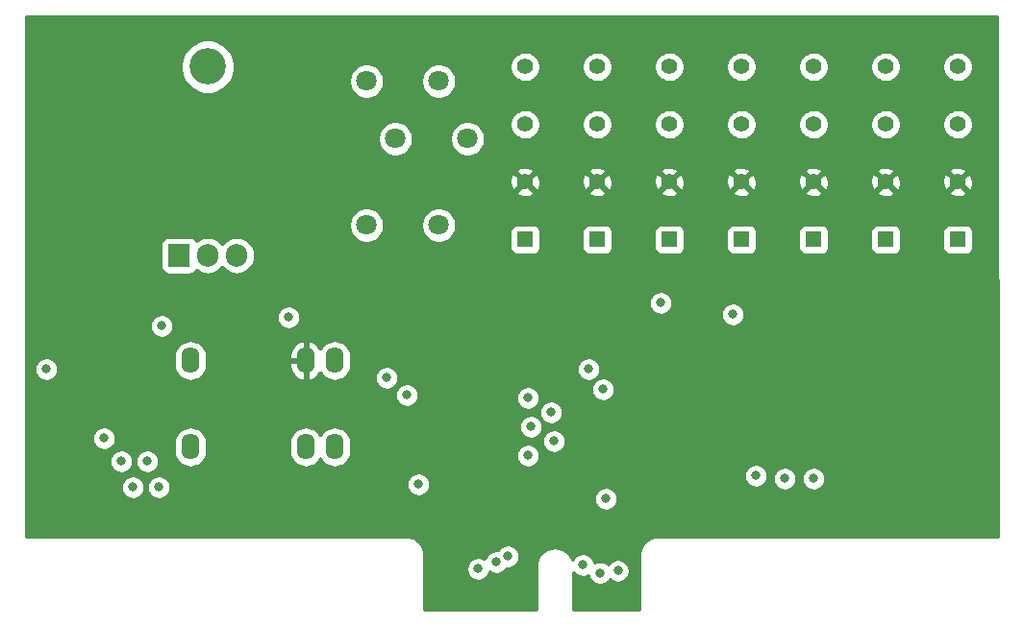
<source format=gbr>
G04 #@! TF.GenerationSoftware,KiCad,Pcbnew,(5.1.5)-3*
G04 #@! TF.CreationDate,2020-02-22T08:37:43-08:00*
G04 #@! TF.ProjectId,voltages,766f6c74-6167-4657-932e-6b696361645f,rev?*
G04 #@! TF.SameCoordinates,Original*
G04 #@! TF.FileFunction,Copper,L3,Inr*
G04 #@! TF.FilePolarity,Positive*
%FSLAX46Y46*%
G04 Gerber Fmt 4.6, Leading zero omitted, Abs format (unit mm)*
G04 Created by KiCad (PCBNEW (5.1.5)-3) date 2020-02-22 08:37:43*
%MOMM*%
%LPD*%
G04 APERTURE LIST*
%ADD10O,1.600000X2.300000*%
%ADD11O,1.905000X2.000000*%
%ADD12R,1.905000X2.000000*%
%ADD13C,3.200000*%
%ADD14C,1.800000*%
%ADD15R,1.400000X1.400000*%
%ADD16C,1.400000*%
%ADD17C,0.800000*%
%ADD18C,0.254000*%
G04 APERTURE END LIST*
D10*
X91186000Y-75438000D03*
X91186000Y-67818000D03*
X88646000Y-75438000D03*
X78486000Y-75438000D03*
X88646000Y-67818000D03*
X78486000Y-67818000D03*
D11*
X82550000Y-58570000D03*
X80010000Y-58570000D03*
D12*
X77470000Y-58570000D03*
D13*
X80010000Y-41910000D03*
D14*
X100330000Y-43180000D03*
X102870000Y-48260000D03*
X100330000Y-55880000D03*
X93980000Y-43180000D03*
X96520000Y-48260000D03*
X93980000Y-55880000D03*
D15*
X146050000Y-57150000D03*
D16*
X146050000Y-52070000D03*
X146050000Y-46990000D03*
X146050000Y-41910000D03*
D15*
X139700000Y-57150000D03*
D16*
X139700000Y-52070000D03*
X139700000Y-46990000D03*
X139700000Y-41910000D03*
D15*
X133350000Y-57150000D03*
D16*
X133350000Y-52070000D03*
X133350000Y-46990000D03*
X133350000Y-41910000D03*
D15*
X127000000Y-57150000D03*
D16*
X127000000Y-52070000D03*
X127000000Y-46990000D03*
X127000000Y-41910000D03*
D15*
X120650000Y-57150000D03*
D16*
X120650000Y-52070000D03*
X120650000Y-46990000D03*
X120650000Y-41910000D03*
D15*
X114300000Y-57150000D03*
D16*
X114300000Y-52070000D03*
X114300000Y-46990000D03*
X114300000Y-41910000D03*
D15*
X107950000Y-57150000D03*
D16*
X107950000Y-52070000D03*
X107950000Y-46990000D03*
X107950000Y-41910000D03*
D17*
X65786000Y-68580000D03*
X75946000Y-64770000D03*
X87122000Y-64008000D03*
X70866000Y-74676000D03*
X97536000Y-70866000D03*
X95758000Y-69342000D03*
X98552000Y-78740000D03*
X133350000Y-78232000D03*
X126238000Y-63754000D03*
X116124579Y-86360000D03*
X114543567Y-86550944D03*
X113030000Y-85852000D03*
X106426000Y-85090000D03*
X105410000Y-85598000D03*
X72390000Y-76708000D03*
X73406000Y-78994000D03*
X74676000Y-76708000D03*
X75692000Y-78994000D03*
X115062000Y-80010000D03*
X119888000Y-62738000D03*
X128270000Y-77978000D03*
X130810000Y-78232000D03*
X103813180Y-86178820D03*
X110236000Y-67310000D03*
X100330000Y-83820000D03*
X100584000Y-85090000D03*
X99822000Y-82804000D03*
X100584000Y-86106000D03*
X108204000Y-76200000D03*
X110490000Y-74930000D03*
X108458000Y-73660000D03*
X110236000Y-72390000D03*
X108204000Y-71120000D03*
X114808000Y-70358000D03*
X113538000Y-68580000D03*
D18*
G36*
X149613547Y-83315000D02*
G01*
X119666353Y-83315000D01*
X119639533Y-83317642D01*
X119636807Y-83317613D01*
X119627285Y-83318513D01*
X119433119Y-83338236D01*
X119372260Y-83350507D01*
X119311234Y-83361928D01*
X119302068Y-83364660D01*
X119115430Y-83421721D01*
X119058108Y-83445582D01*
X119000470Y-83468636D01*
X118992009Y-83473096D01*
X118820009Y-83565321D01*
X118768388Y-83599879D01*
X118716349Y-83633673D01*
X118708916Y-83639692D01*
X118558103Y-83763570D01*
X118514181Y-83807492D01*
X118469692Y-83850756D01*
X118463569Y-83858104D01*
X118339693Y-84008915D01*
X118305174Y-84060478D01*
X118269902Y-84111608D01*
X118265324Y-84120005D01*
X118173098Y-84292006D01*
X118149239Y-84349323D01*
X118124582Y-84406303D01*
X118121721Y-84415429D01*
X118064660Y-84602067D01*
X118052385Y-84662946D01*
X118039269Y-84723609D01*
X118038236Y-84733118D01*
X118025312Y-84860352D01*
X118024752Y-84862198D01*
X118014840Y-84962834D01*
X118014841Y-89789000D01*
X112184840Y-89789000D01*
X112184840Y-86450079D01*
X112226063Y-86511774D01*
X112370226Y-86655937D01*
X112539744Y-86769205D01*
X112728102Y-86847226D01*
X112928061Y-86887000D01*
X113131939Y-86887000D01*
X113331898Y-86847226D01*
X113520256Y-86769205D01*
X113530362Y-86762453D01*
X113548341Y-86852842D01*
X113626362Y-87041200D01*
X113739630Y-87210718D01*
X113883793Y-87354881D01*
X114053311Y-87468149D01*
X114241669Y-87546170D01*
X114441628Y-87585944D01*
X114645506Y-87585944D01*
X114845465Y-87546170D01*
X115033823Y-87468149D01*
X115203341Y-87354881D01*
X115347504Y-87210718D01*
X115413226Y-87112358D01*
X115464805Y-87163937D01*
X115634323Y-87277205D01*
X115822681Y-87355226D01*
X116022640Y-87395000D01*
X116226518Y-87395000D01*
X116426477Y-87355226D01*
X116614835Y-87277205D01*
X116784353Y-87163937D01*
X116928516Y-87019774D01*
X117041784Y-86850256D01*
X117119805Y-86661898D01*
X117159579Y-86461939D01*
X117159579Y-86258061D01*
X117119805Y-86058102D01*
X117041784Y-85869744D01*
X116928516Y-85700226D01*
X116784353Y-85556063D01*
X116614835Y-85442795D01*
X116426477Y-85364774D01*
X116226518Y-85325000D01*
X116022640Y-85325000D01*
X115822681Y-85364774D01*
X115634323Y-85442795D01*
X115464805Y-85556063D01*
X115320642Y-85700226D01*
X115254920Y-85798586D01*
X115203341Y-85747007D01*
X115033823Y-85633739D01*
X114845465Y-85555718D01*
X114645506Y-85515944D01*
X114441628Y-85515944D01*
X114241669Y-85555718D01*
X114053311Y-85633739D01*
X114043205Y-85640491D01*
X114025226Y-85550102D01*
X113947205Y-85361744D01*
X113833937Y-85192226D01*
X113689774Y-85048063D01*
X113520256Y-84934795D01*
X113331898Y-84856774D01*
X113131939Y-84817000D01*
X112928061Y-84817000D01*
X112728102Y-84856774D01*
X112539744Y-84934795D01*
X112370226Y-85048063D01*
X112226063Y-85192226D01*
X112112795Y-85361744D01*
X112091327Y-85413572D01*
X112075955Y-85365114D01*
X112051507Y-85308072D01*
X112027838Y-85250647D01*
X112023289Y-85242233D01*
X111933968Y-85079759D01*
X111898877Y-85028511D01*
X111864533Y-84976819D01*
X111858437Y-84969450D01*
X111739259Y-84827420D01*
X111694902Y-84783982D01*
X111651155Y-84739929D01*
X111643743Y-84733884D01*
X111499249Y-84617708D01*
X111447339Y-84583739D01*
X111395828Y-84548995D01*
X111387384Y-84544505D01*
X111223075Y-84458606D01*
X111165520Y-84435352D01*
X111108275Y-84411289D01*
X111099123Y-84408526D01*
X111099117Y-84408524D01*
X110921255Y-84356177D01*
X110860248Y-84344539D01*
X110799454Y-84332060D01*
X110789936Y-84331126D01*
X110605292Y-84314322D01*
X110543202Y-84314756D01*
X110481123Y-84314323D01*
X110471604Y-84315256D01*
X110287212Y-84334637D01*
X110226409Y-84347118D01*
X110165414Y-84358753D01*
X110156258Y-84361518D01*
X110156253Y-84361519D01*
X110156248Y-84361521D01*
X109979142Y-84416344D01*
X109921897Y-84440407D01*
X109864342Y-84463661D01*
X109855903Y-84468148D01*
X109855899Y-84468150D01*
X109855898Y-84468151D01*
X109692805Y-84556335D01*
X109641348Y-84591043D01*
X109589382Y-84625049D01*
X109581970Y-84631094D01*
X109439111Y-84749278D01*
X109395366Y-84793330D01*
X109351008Y-84836768D01*
X109344912Y-84844137D01*
X109344909Y-84844140D01*
X109344907Y-84844144D01*
X109227729Y-84987817D01*
X109193375Y-85039524D01*
X109158296Y-85090755D01*
X109153747Y-85099168D01*
X109066703Y-85262874D01*
X109043053Y-85320252D01*
X109018585Y-85377342D01*
X109015757Y-85386478D01*
X108962169Y-85563972D01*
X108950114Y-85624853D01*
X108937202Y-85685599D01*
X108936202Y-85695111D01*
X108918109Y-85879634D01*
X108918109Y-85879639D01*
X108914840Y-85912834D01*
X108914841Y-89789000D01*
X99084840Y-89789000D01*
X99084840Y-86076881D01*
X102778180Y-86076881D01*
X102778180Y-86280759D01*
X102817954Y-86480718D01*
X102895975Y-86669076D01*
X103009243Y-86838594D01*
X103153406Y-86982757D01*
X103322924Y-87096025D01*
X103511282Y-87174046D01*
X103711241Y-87213820D01*
X103915119Y-87213820D01*
X104115078Y-87174046D01*
X104303436Y-87096025D01*
X104472954Y-86982757D01*
X104617117Y-86838594D01*
X104730385Y-86669076D01*
X104808406Y-86480718D01*
X104815413Y-86445493D01*
X104919744Y-86515205D01*
X105108102Y-86593226D01*
X105308061Y-86633000D01*
X105511939Y-86633000D01*
X105711898Y-86593226D01*
X105900256Y-86515205D01*
X106069774Y-86401937D01*
X106213937Y-86257774D01*
X106305165Y-86121241D01*
X106324061Y-86125000D01*
X106527939Y-86125000D01*
X106727898Y-86085226D01*
X106916256Y-86007205D01*
X107085774Y-85893937D01*
X107229937Y-85749774D01*
X107343205Y-85580256D01*
X107421226Y-85391898D01*
X107461000Y-85191939D01*
X107461000Y-84988061D01*
X107421226Y-84788102D01*
X107343205Y-84599744D01*
X107229937Y-84430226D01*
X107085774Y-84286063D01*
X106916256Y-84172795D01*
X106727898Y-84094774D01*
X106527939Y-84055000D01*
X106324061Y-84055000D01*
X106124102Y-84094774D01*
X105935744Y-84172795D01*
X105766226Y-84286063D01*
X105622063Y-84430226D01*
X105530835Y-84566759D01*
X105511939Y-84563000D01*
X105308061Y-84563000D01*
X105108102Y-84602774D01*
X104919744Y-84680795D01*
X104750226Y-84794063D01*
X104606063Y-84938226D01*
X104492795Y-85107744D01*
X104414774Y-85296102D01*
X104407767Y-85331327D01*
X104303436Y-85261615D01*
X104115078Y-85183594D01*
X103915119Y-85143820D01*
X103711241Y-85143820D01*
X103511282Y-85183594D01*
X103322924Y-85261615D01*
X103153406Y-85374883D01*
X103009243Y-85519046D01*
X102895975Y-85688564D01*
X102817954Y-85876922D01*
X102778180Y-86076881D01*
X99084840Y-86076881D01*
X99084840Y-85009364D01*
X99084948Y-85008386D01*
X99084999Y-84998822D01*
X99084993Y-84995332D01*
X99084840Y-84993799D01*
X99084840Y-84962833D01*
X99082376Y-84937820D01*
X99082387Y-84936807D01*
X99081487Y-84927285D01*
X99076605Y-84879221D01*
X99074928Y-84862197D01*
X99074849Y-84861937D01*
X99061764Y-84733119D01*
X99049493Y-84672260D01*
X99038072Y-84611234D01*
X99035340Y-84602068D01*
X98978279Y-84415430D01*
X98954418Y-84358108D01*
X98931364Y-84300470D01*
X98926904Y-84292009D01*
X98834679Y-84120009D01*
X98800121Y-84068388D01*
X98766327Y-84016349D01*
X98760308Y-84008916D01*
X98636430Y-83858103D01*
X98592508Y-83814181D01*
X98549244Y-83769692D01*
X98541896Y-83763569D01*
X98391085Y-83639693D01*
X98339522Y-83605174D01*
X98288392Y-83569902D01*
X98279995Y-83565324D01*
X98107994Y-83473098D01*
X98050677Y-83449239D01*
X97993697Y-83424582D01*
X97984571Y-83421721D01*
X97797933Y-83364660D01*
X97737054Y-83352385D01*
X97676391Y-83339269D01*
X97666882Y-83338236D01*
X97538783Y-83325224D01*
X97537774Y-83324918D01*
X97437138Y-83315006D01*
X63985000Y-83315006D01*
X63985000Y-78892061D01*
X72371000Y-78892061D01*
X72371000Y-79095939D01*
X72410774Y-79295898D01*
X72488795Y-79484256D01*
X72602063Y-79653774D01*
X72746226Y-79797937D01*
X72915744Y-79911205D01*
X73104102Y-79989226D01*
X73304061Y-80029000D01*
X73507939Y-80029000D01*
X73707898Y-79989226D01*
X73896256Y-79911205D01*
X74065774Y-79797937D01*
X74209937Y-79653774D01*
X74323205Y-79484256D01*
X74401226Y-79295898D01*
X74441000Y-79095939D01*
X74441000Y-78892061D01*
X74657000Y-78892061D01*
X74657000Y-79095939D01*
X74696774Y-79295898D01*
X74774795Y-79484256D01*
X74888063Y-79653774D01*
X75032226Y-79797937D01*
X75201744Y-79911205D01*
X75390102Y-79989226D01*
X75590061Y-80029000D01*
X75793939Y-80029000D01*
X75993898Y-79989226D01*
X76182256Y-79911205D01*
X76186961Y-79908061D01*
X114027000Y-79908061D01*
X114027000Y-80111939D01*
X114066774Y-80311898D01*
X114144795Y-80500256D01*
X114258063Y-80669774D01*
X114402226Y-80813937D01*
X114571744Y-80927205D01*
X114760102Y-81005226D01*
X114960061Y-81045000D01*
X115163939Y-81045000D01*
X115363898Y-81005226D01*
X115552256Y-80927205D01*
X115721774Y-80813937D01*
X115865937Y-80669774D01*
X115979205Y-80500256D01*
X116057226Y-80311898D01*
X116097000Y-80111939D01*
X116097000Y-79908061D01*
X116057226Y-79708102D01*
X115979205Y-79519744D01*
X115865937Y-79350226D01*
X115721774Y-79206063D01*
X115552256Y-79092795D01*
X115363898Y-79014774D01*
X115163939Y-78975000D01*
X114960061Y-78975000D01*
X114760102Y-79014774D01*
X114571744Y-79092795D01*
X114402226Y-79206063D01*
X114258063Y-79350226D01*
X114144795Y-79519744D01*
X114066774Y-79708102D01*
X114027000Y-79908061D01*
X76186961Y-79908061D01*
X76351774Y-79797937D01*
X76495937Y-79653774D01*
X76609205Y-79484256D01*
X76687226Y-79295898D01*
X76727000Y-79095939D01*
X76727000Y-78892061D01*
X76687226Y-78692102D01*
X76664842Y-78638061D01*
X97517000Y-78638061D01*
X97517000Y-78841939D01*
X97556774Y-79041898D01*
X97634795Y-79230256D01*
X97748063Y-79399774D01*
X97892226Y-79543937D01*
X98061744Y-79657205D01*
X98250102Y-79735226D01*
X98450061Y-79775000D01*
X98653939Y-79775000D01*
X98853898Y-79735226D01*
X99042256Y-79657205D01*
X99211774Y-79543937D01*
X99355937Y-79399774D01*
X99469205Y-79230256D01*
X99547226Y-79041898D01*
X99587000Y-78841939D01*
X99587000Y-78638061D01*
X99547226Y-78438102D01*
X99469205Y-78249744D01*
X99355937Y-78080226D01*
X99211774Y-77936063D01*
X99121975Y-77876061D01*
X127235000Y-77876061D01*
X127235000Y-78079939D01*
X127274774Y-78279898D01*
X127352795Y-78468256D01*
X127466063Y-78637774D01*
X127610226Y-78781937D01*
X127779744Y-78895205D01*
X127968102Y-78973226D01*
X128168061Y-79013000D01*
X128371939Y-79013000D01*
X128571898Y-78973226D01*
X128760256Y-78895205D01*
X128929774Y-78781937D01*
X129073937Y-78637774D01*
X129187205Y-78468256D01*
X129265226Y-78279898D01*
X129295030Y-78130061D01*
X129775000Y-78130061D01*
X129775000Y-78333939D01*
X129814774Y-78533898D01*
X129892795Y-78722256D01*
X130006063Y-78891774D01*
X130150226Y-79035937D01*
X130319744Y-79149205D01*
X130508102Y-79227226D01*
X130708061Y-79267000D01*
X130911939Y-79267000D01*
X131111898Y-79227226D01*
X131300256Y-79149205D01*
X131469774Y-79035937D01*
X131613937Y-78891774D01*
X131727205Y-78722256D01*
X131805226Y-78533898D01*
X131845000Y-78333939D01*
X131845000Y-78130061D01*
X132315000Y-78130061D01*
X132315000Y-78333939D01*
X132354774Y-78533898D01*
X132432795Y-78722256D01*
X132546063Y-78891774D01*
X132690226Y-79035937D01*
X132859744Y-79149205D01*
X133048102Y-79227226D01*
X133248061Y-79267000D01*
X133451939Y-79267000D01*
X133651898Y-79227226D01*
X133840256Y-79149205D01*
X134009774Y-79035937D01*
X134153937Y-78891774D01*
X134267205Y-78722256D01*
X134345226Y-78533898D01*
X134385000Y-78333939D01*
X134385000Y-78130061D01*
X134345226Y-77930102D01*
X134267205Y-77741744D01*
X134153937Y-77572226D01*
X134009774Y-77428063D01*
X133840256Y-77314795D01*
X133651898Y-77236774D01*
X133451939Y-77197000D01*
X133248061Y-77197000D01*
X133048102Y-77236774D01*
X132859744Y-77314795D01*
X132690226Y-77428063D01*
X132546063Y-77572226D01*
X132432795Y-77741744D01*
X132354774Y-77930102D01*
X132315000Y-78130061D01*
X131845000Y-78130061D01*
X131805226Y-77930102D01*
X131727205Y-77741744D01*
X131613937Y-77572226D01*
X131469774Y-77428063D01*
X131300256Y-77314795D01*
X131111898Y-77236774D01*
X130911939Y-77197000D01*
X130708061Y-77197000D01*
X130508102Y-77236774D01*
X130319744Y-77314795D01*
X130150226Y-77428063D01*
X130006063Y-77572226D01*
X129892795Y-77741744D01*
X129814774Y-77930102D01*
X129775000Y-78130061D01*
X129295030Y-78130061D01*
X129305000Y-78079939D01*
X129305000Y-77876061D01*
X129265226Y-77676102D01*
X129187205Y-77487744D01*
X129073937Y-77318226D01*
X128929774Y-77174063D01*
X128760256Y-77060795D01*
X128571898Y-76982774D01*
X128371939Y-76943000D01*
X128168061Y-76943000D01*
X127968102Y-76982774D01*
X127779744Y-77060795D01*
X127610226Y-77174063D01*
X127466063Y-77318226D01*
X127352795Y-77487744D01*
X127274774Y-77676102D01*
X127235000Y-77876061D01*
X99121975Y-77876061D01*
X99042256Y-77822795D01*
X98853898Y-77744774D01*
X98653939Y-77705000D01*
X98450061Y-77705000D01*
X98250102Y-77744774D01*
X98061744Y-77822795D01*
X97892226Y-77936063D01*
X97748063Y-78080226D01*
X97634795Y-78249744D01*
X97556774Y-78438102D01*
X97517000Y-78638061D01*
X76664842Y-78638061D01*
X76609205Y-78503744D01*
X76495937Y-78334226D01*
X76351774Y-78190063D01*
X76182256Y-78076795D01*
X75993898Y-77998774D01*
X75793939Y-77959000D01*
X75590061Y-77959000D01*
X75390102Y-77998774D01*
X75201744Y-78076795D01*
X75032226Y-78190063D01*
X74888063Y-78334226D01*
X74774795Y-78503744D01*
X74696774Y-78692102D01*
X74657000Y-78892061D01*
X74441000Y-78892061D01*
X74401226Y-78692102D01*
X74323205Y-78503744D01*
X74209937Y-78334226D01*
X74065774Y-78190063D01*
X73896256Y-78076795D01*
X73707898Y-77998774D01*
X73507939Y-77959000D01*
X73304061Y-77959000D01*
X73104102Y-77998774D01*
X72915744Y-78076795D01*
X72746226Y-78190063D01*
X72602063Y-78334226D01*
X72488795Y-78503744D01*
X72410774Y-78692102D01*
X72371000Y-78892061D01*
X63985000Y-78892061D01*
X63985000Y-76606061D01*
X71355000Y-76606061D01*
X71355000Y-76809939D01*
X71394774Y-77009898D01*
X71472795Y-77198256D01*
X71586063Y-77367774D01*
X71730226Y-77511937D01*
X71899744Y-77625205D01*
X72088102Y-77703226D01*
X72288061Y-77743000D01*
X72491939Y-77743000D01*
X72691898Y-77703226D01*
X72880256Y-77625205D01*
X73049774Y-77511937D01*
X73193937Y-77367774D01*
X73307205Y-77198256D01*
X73385226Y-77009898D01*
X73425000Y-76809939D01*
X73425000Y-76606061D01*
X73641000Y-76606061D01*
X73641000Y-76809939D01*
X73680774Y-77009898D01*
X73758795Y-77198256D01*
X73872063Y-77367774D01*
X74016226Y-77511937D01*
X74185744Y-77625205D01*
X74374102Y-77703226D01*
X74574061Y-77743000D01*
X74777939Y-77743000D01*
X74977898Y-77703226D01*
X75166256Y-77625205D01*
X75335774Y-77511937D01*
X75479937Y-77367774D01*
X75593205Y-77198256D01*
X75671226Y-77009898D01*
X75711000Y-76809939D01*
X75711000Y-76606061D01*
X75671226Y-76406102D01*
X75593205Y-76217744D01*
X75479937Y-76048226D01*
X75335774Y-75904063D01*
X75166256Y-75790795D01*
X74977898Y-75712774D01*
X74777939Y-75673000D01*
X74574061Y-75673000D01*
X74374102Y-75712774D01*
X74185744Y-75790795D01*
X74016226Y-75904063D01*
X73872063Y-76048226D01*
X73758795Y-76217744D01*
X73680774Y-76406102D01*
X73641000Y-76606061D01*
X73425000Y-76606061D01*
X73385226Y-76406102D01*
X73307205Y-76217744D01*
X73193937Y-76048226D01*
X73049774Y-75904063D01*
X72880256Y-75790795D01*
X72691898Y-75712774D01*
X72491939Y-75673000D01*
X72288061Y-75673000D01*
X72088102Y-75712774D01*
X71899744Y-75790795D01*
X71730226Y-75904063D01*
X71586063Y-76048226D01*
X71472795Y-76217744D01*
X71394774Y-76406102D01*
X71355000Y-76606061D01*
X63985000Y-76606061D01*
X63985000Y-74574061D01*
X69831000Y-74574061D01*
X69831000Y-74777939D01*
X69870774Y-74977898D01*
X69948795Y-75166256D01*
X70062063Y-75335774D01*
X70206226Y-75479937D01*
X70375744Y-75593205D01*
X70564102Y-75671226D01*
X70764061Y-75711000D01*
X70967939Y-75711000D01*
X71167898Y-75671226D01*
X71356256Y-75593205D01*
X71525774Y-75479937D01*
X71669937Y-75335774D01*
X71783205Y-75166256D01*
X71844818Y-75017509D01*
X77051000Y-75017509D01*
X77051000Y-75858492D01*
X77071764Y-76069309D01*
X77153818Y-76339808D01*
X77287068Y-76589101D01*
X77466393Y-76807608D01*
X77684900Y-76986932D01*
X77934193Y-77120182D01*
X78204692Y-77202236D01*
X78486000Y-77229943D01*
X78767309Y-77202236D01*
X79037808Y-77120182D01*
X79287101Y-76986932D01*
X79505608Y-76807608D01*
X79684932Y-76589101D01*
X79818182Y-76339808D01*
X79900236Y-76069308D01*
X79921000Y-75858491D01*
X79921000Y-75017509D01*
X87211000Y-75017509D01*
X87211000Y-75858492D01*
X87231764Y-76069309D01*
X87313818Y-76339808D01*
X87447068Y-76589101D01*
X87626393Y-76807608D01*
X87844900Y-76986932D01*
X88094193Y-77120182D01*
X88364692Y-77202236D01*
X88646000Y-77229943D01*
X88927309Y-77202236D01*
X89197808Y-77120182D01*
X89447101Y-76986932D01*
X89665608Y-76807608D01*
X89844932Y-76589101D01*
X89916000Y-76456142D01*
X89987068Y-76589101D01*
X90166393Y-76807608D01*
X90384900Y-76986932D01*
X90634193Y-77120182D01*
X90904692Y-77202236D01*
X91186000Y-77229943D01*
X91467309Y-77202236D01*
X91737808Y-77120182D01*
X91987101Y-76986932D01*
X92205608Y-76807608D01*
X92384932Y-76589101D01*
X92518182Y-76339808D01*
X92591514Y-76098061D01*
X107169000Y-76098061D01*
X107169000Y-76301939D01*
X107208774Y-76501898D01*
X107286795Y-76690256D01*
X107400063Y-76859774D01*
X107544226Y-77003937D01*
X107713744Y-77117205D01*
X107902102Y-77195226D01*
X108102061Y-77235000D01*
X108305939Y-77235000D01*
X108505898Y-77195226D01*
X108694256Y-77117205D01*
X108863774Y-77003937D01*
X109007937Y-76859774D01*
X109121205Y-76690256D01*
X109199226Y-76501898D01*
X109239000Y-76301939D01*
X109239000Y-76098061D01*
X109199226Y-75898102D01*
X109121205Y-75709744D01*
X109007937Y-75540226D01*
X108863774Y-75396063D01*
X108694256Y-75282795D01*
X108505898Y-75204774D01*
X108305939Y-75165000D01*
X108102061Y-75165000D01*
X107902102Y-75204774D01*
X107713744Y-75282795D01*
X107544226Y-75396063D01*
X107400063Y-75540226D01*
X107286795Y-75709744D01*
X107208774Y-75898102D01*
X107169000Y-76098061D01*
X92591514Y-76098061D01*
X92600236Y-76069308D01*
X92621000Y-75858491D01*
X92621000Y-75017508D01*
X92602341Y-74828061D01*
X109455000Y-74828061D01*
X109455000Y-75031939D01*
X109494774Y-75231898D01*
X109572795Y-75420256D01*
X109686063Y-75589774D01*
X109830226Y-75733937D01*
X109999744Y-75847205D01*
X110188102Y-75925226D01*
X110388061Y-75965000D01*
X110591939Y-75965000D01*
X110791898Y-75925226D01*
X110980256Y-75847205D01*
X111149774Y-75733937D01*
X111293937Y-75589774D01*
X111407205Y-75420256D01*
X111485226Y-75231898D01*
X111525000Y-75031939D01*
X111525000Y-74828061D01*
X111485226Y-74628102D01*
X111407205Y-74439744D01*
X111293937Y-74270226D01*
X111149774Y-74126063D01*
X110980256Y-74012795D01*
X110791898Y-73934774D01*
X110591939Y-73895000D01*
X110388061Y-73895000D01*
X110188102Y-73934774D01*
X109999744Y-74012795D01*
X109830226Y-74126063D01*
X109686063Y-74270226D01*
X109572795Y-74439744D01*
X109494774Y-74628102D01*
X109455000Y-74828061D01*
X92602341Y-74828061D01*
X92600236Y-74806691D01*
X92518182Y-74536192D01*
X92384932Y-74286899D01*
X92205607Y-74068392D01*
X91987100Y-73889068D01*
X91737807Y-73755818D01*
X91467308Y-73673764D01*
X91186000Y-73646057D01*
X90904691Y-73673764D01*
X90634192Y-73755818D01*
X90384899Y-73889068D01*
X90166392Y-74068393D01*
X89987068Y-74286900D01*
X89916000Y-74419858D01*
X89844932Y-74286899D01*
X89665607Y-74068392D01*
X89447100Y-73889068D01*
X89197807Y-73755818D01*
X88927308Y-73673764D01*
X88646000Y-73646057D01*
X88364691Y-73673764D01*
X88094192Y-73755818D01*
X87844899Y-73889068D01*
X87626392Y-74068393D01*
X87447068Y-74286900D01*
X87313818Y-74536193D01*
X87231764Y-74806692D01*
X87211000Y-75017509D01*
X79921000Y-75017509D01*
X79921000Y-75017508D01*
X79900236Y-74806691D01*
X79818182Y-74536192D01*
X79684932Y-74286899D01*
X79505607Y-74068392D01*
X79287100Y-73889068D01*
X79037807Y-73755818D01*
X78767308Y-73673764D01*
X78486000Y-73646057D01*
X78204691Y-73673764D01*
X77934192Y-73755818D01*
X77684899Y-73889068D01*
X77466392Y-74068393D01*
X77287068Y-74286900D01*
X77153818Y-74536193D01*
X77071764Y-74806692D01*
X77051000Y-75017509D01*
X71844818Y-75017509D01*
X71861226Y-74977898D01*
X71901000Y-74777939D01*
X71901000Y-74574061D01*
X71861226Y-74374102D01*
X71783205Y-74185744D01*
X71669937Y-74016226D01*
X71525774Y-73872063D01*
X71356256Y-73758795D01*
X71167898Y-73680774D01*
X70967939Y-73641000D01*
X70764061Y-73641000D01*
X70564102Y-73680774D01*
X70375744Y-73758795D01*
X70206226Y-73872063D01*
X70062063Y-74016226D01*
X69948795Y-74185744D01*
X69870774Y-74374102D01*
X69831000Y-74574061D01*
X63985000Y-74574061D01*
X63985000Y-73558061D01*
X107423000Y-73558061D01*
X107423000Y-73761939D01*
X107462774Y-73961898D01*
X107540795Y-74150256D01*
X107654063Y-74319774D01*
X107798226Y-74463937D01*
X107967744Y-74577205D01*
X108156102Y-74655226D01*
X108356061Y-74695000D01*
X108559939Y-74695000D01*
X108759898Y-74655226D01*
X108948256Y-74577205D01*
X109117774Y-74463937D01*
X109261937Y-74319774D01*
X109375205Y-74150256D01*
X109453226Y-73961898D01*
X109493000Y-73761939D01*
X109493000Y-73558061D01*
X109453226Y-73358102D01*
X109375205Y-73169744D01*
X109261937Y-73000226D01*
X109117774Y-72856063D01*
X108948256Y-72742795D01*
X108759898Y-72664774D01*
X108559939Y-72625000D01*
X108356061Y-72625000D01*
X108156102Y-72664774D01*
X107967744Y-72742795D01*
X107798226Y-72856063D01*
X107654063Y-73000226D01*
X107540795Y-73169744D01*
X107462774Y-73358102D01*
X107423000Y-73558061D01*
X63985000Y-73558061D01*
X63985000Y-72288061D01*
X109201000Y-72288061D01*
X109201000Y-72491939D01*
X109240774Y-72691898D01*
X109318795Y-72880256D01*
X109432063Y-73049774D01*
X109576226Y-73193937D01*
X109745744Y-73307205D01*
X109934102Y-73385226D01*
X110134061Y-73425000D01*
X110337939Y-73425000D01*
X110537898Y-73385226D01*
X110726256Y-73307205D01*
X110895774Y-73193937D01*
X111039937Y-73049774D01*
X111153205Y-72880256D01*
X111231226Y-72691898D01*
X111271000Y-72491939D01*
X111271000Y-72288061D01*
X111231226Y-72088102D01*
X111153205Y-71899744D01*
X111039937Y-71730226D01*
X110895774Y-71586063D01*
X110726256Y-71472795D01*
X110537898Y-71394774D01*
X110337939Y-71355000D01*
X110134061Y-71355000D01*
X109934102Y-71394774D01*
X109745744Y-71472795D01*
X109576226Y-71586063D01*
X109432063Y-71730226D01*
X109318795Y-71899744D01*
X109240774Y-72088102D01*
X109201000Y-72288061D01*
X63985000Y-72288061D01*
X63985000Y-70764061D01*
X96501000Y-70764061D01*
X96501000Y-70967939D01*
X96540774Y-71167898D01*
X96618795Y-71356256D01*
X96732063Y-71525774D01*
X96876226Y-71669937D01*
X97045744Y-71783205D01*
X97234102Y-71861226D01*
X97434061Y-71901000D01*
X97637939Y-71901000D01*
X97837898Y-71861226D01*
X98026256Y-71783205D01*
X98195774Y-71669937D01*
X98339937Y-71525774D01*
X98453205Y-71356256D01*
X98531226Y-71167898D01*
X98561030Y-71018061D01*
X107169000Y-71018061D01*
X107169000Y-71221939D01*
X107208774Y-71421898D01*
X107286795Y-71610256D01*
X107400063Y-71779774D01*
X107544226Y-71923937D01*
X107713744Y-72037205D01*
X107902102Y-72115226D01*
X108102061Y-72155000D01*
X108305939Y-72155000D01*
X108505898Y-72115226D01*
X108694256Y-72037205D01*
X108863774Y-71923937D01*
X109007937Y-71779774D01*
X109121205Y-71610256D01*
X109199226Y-71421898D01*
X109239000Y-71221939D01*
X109239000Y-71018061D01*
X109199226Y-70818102D01*
X109121205Y-70629744D01*
X109007937Y-70460226D01*
X108863774Y-70316063D01*
X108773975Y-70256061D01*
X113773000Y-70256061D01*
X113773000Y-70459939D01*
X113812774Y-70659898D01*
X113890795Y-70848256D01*
X114004063Y-71017774D01*
X114148226Y-71161937D01*
X114317744Y-71275205D01*
X114506102Y-71353226D01*
X114706061Y-71393000D01*
X114909939Y-71393000D01*
X115109898Y-71353226D01*
X115298256Y-71275205D01*
X115467774Y-71161937D01*
X115611937Y-71017774D01*
X115725205Y-70848256D01*
X115803226Y-70659898D01*
X115843000Y-70459939D01*
X115843000Y-70256061D01*
X115803226Y-70056102D01*
X115725205Y-69867744D01*
X115611937Y-69698226D01*
X115467774Y-69554063D01*
X115298256Y-69440795D01*
X115109898Y-69362774D01*
X114909939Y-69323000D01*
X114706061Y-69323000D01*
X114506102Y-69362774D01*
X114317744Y-69440795D01*
X114148226Y-69554063D01*
X114004063Y-69698226D01*
X113890795Y-69867744D01*
X113812774Y-70056102D01*
X113773000Y-70256061D01*
X108773975Y-70256061D01*
X108694256Y-70202795D01*
X108505898Y-70124774D01*
X108305939Y-70085000D01*
X108102061Y-70085000D01*
X107902102Y-70124774D01*
X107713744Y-70202795D01*
X107544226Y-70316063D01*
X107400063Y-70460226D01*
X107286795Y-70629744D01*
X107208774Y-70818102D01*
X107169000Y-71018061D01*
X98561030Y-71018061D01*
X98571000Y-70967939D01*
X98571000Y-70764061D01*
X98531226Y-70564102D01*
X98453205Y-70375744D01*
X98339937Y-70206226D01*
X98195774Y-70062063D01*
X98026256Y-69948795D01*
X97837898Y-69870774D01*
X97637939Y-69831000D01*
X97434061Y-69831000D01*
X97234102Y-69870774D01*
X97045744Y-69948795D01*
X96876226Y-70062063D01*
X96732063Y-70206226D01*
X96618795Y-70375744D01*
X96540774Y-70564102D01*
X96501000Y-70764061D01*
X63985000Y-70764061D01*
X63985000Y-68478061D01*
X64751000Y-68478061D01*
X64751000Y-68681939D01*
X64790774Y-68881898D01*
X64868795Y-69070256D01*
X64982063Y-69239774D01*
X65126226Y-69383937D01*
X65295744Y-69497205D01*
X65484102Y-69575226D01*
X65684061Y-69615000D01*
X65887939Y-69615000D01*
X66087898Y-69575226D01*
X66276256Y-69497205D01*
X66445774Y-69383937D01*
X66589937Y-69239774D01*
X66703205Y-69070256D01*
X66781226Y-68881898D01*
X66821000Y-68681939D01*
X66821000Y-68478061D01*
X66781226Y-68278102D01*
X66703205Y-68089744D01*
X66589937Y-67920226D01*
X66445774Y-67776063D01*
X66276256Y-67662795D01*
X66087898Y-67584774D01*
X65887939Y-67545000D01*
X65684061Y-67545000D01*
X65484102Y-67584774D01*
X65295744Y-67662795D01*
X65126226Y-67776063D01*
X64982063Y-67920226D01*
X64868795Y-68089744D01*
X64790774Y-68278102D01*
X64751000Y-68478061D01*
X63985000Y-68478061D01*
X63985000Y-67397509D01*
X77051000Y-67397509D01*
X77051000Y-68238492D01*
X77071764Y-68449309D01*
X77153818Y-68719808D01*
X77287068Y-68969101D01*
X77466393Y-69187608D01*
X77684900Y-69366932D01*
X77934193Y-69500182D01*
X78204692Y-69582236D01*
X78486000Y-69609943D01*
X78767309Y-69582236D01*
X79037808Y-69500182D01*
X79287101Y-69366932D01*
X79505608Y-69187608D01*
X79684932Y-68969101D01*
X79818182Y-68719808D01*
X79900236Y-68449308D01*
X79921000Y-68238491D01*
X79921000Y-67945000D01*
X87211000Y-67945000D01*
X87211000Y-68295000D01*
X87263350Y-68572514D01*
X87368834Y-68834483D01*
X87523399Y-69070839D01*
X87721105Y-69272500D01*
X87954354Y-69431715D01*
X88214182Y-69542367D01*
X88296961Y-69559904D01*
X88519000Y-69437915D01*
X88519000Y-67945000D01*
X87211000Y-67945000D01*
X79921000Y-67945000D01*
X79921000Y-67397508D01*
X79915435Y-67341000D01*
X87211000Y-67341000D01*
X87211000Y-67691000D01*
X88519000Y-67691000D01*
X88519000Y-66198085D01*
X88773000Y-66198085D01*
X88773000Y-67691000D01*
X88793000Y-67691000D01*
X88793000Y-67945000D01*
X88773000Y-67945000D01*
X88773000Y-69437915D01*
X88995039Y-69559904D01*
X89077818Y-69542367D01*
X89337646Y-69431715D01*
X89570895Y-69272500D01*
X89768601Y-69070839D01*
X89918735Y-68841259D01*
X89987068Y-68969101D01*
X90166393Y-69187608D01*
X90384900Y-69366932D01*
X90634193Y-69500182D01*
X90904692Y-69582236D01*
X91186000Y-69609943D01*
X91467309Y-69582236D01*
X91737808Y-69500182D01*
X91987101Y-69366932D01*
X92141693Y-69240061D01*
X94723000Y-69240061D01*
X94723000Y-69443939D01*
X94762774Y-69643898D01*
X94840795Y-69832256D01*
X94954063Y-70001774D01*
X95098226Y-70145937D01*
X95267744Y-70259205D01*
X95456102Y-70337226D01*
X95656061Y-70377000D01*
X95859939Y-70377000D01*
X96059898Y-70337226D01*
X96248256Y-70259205D01*
X96417774Y-70145937D01*
X96561937Y-70001774D01*
X96675205Y-69832256D01*
X96753226Y-69643898D01*
X96793000Y-69443939D01*
X96793000Y-69240061D01*
X96753226Y-69040102D01*
X96675205Y-68851744D01*
X96561937Y-68682226D01*
X96417774Y-68538063D01*
X96327975Y-68478061D01*
X112503000Y-68478061D01*
X112503000Y-68681939D01*
X112542774Y-68881898D01*
X112620795Y-69070256D01*
X112734063Y-69239774D01*
X112878226Y-69383937D01*
X113047744Y-69497205D01*
X113236102Y-69575226D01*
X113436061Y-69615000D01*
X113639939Y-69615000D01*
X113839898Y-69575226D01*
X114028256Y-69497205D01*
X114197774Y-69383937D01*
X114341937Y-69239774D01*
X114455205Y-69070256D01*
X114533226Y-68881898D01*
X114573000Y-68681939D01*
X114573000Y-68478061D01*
X114533226Y-68278102D01*
X114455205Y-68089744D01*
X114341937Y-67920226D01*
X114197774Y-67776063D01*
X114028256Y-67662795D01*
X113839898Y-67584774D01*
X113639939Y-67545000D01*
X113436061Y-67545000D01*
X113236102Y-67584774D01*
X113047744Y-67662795D01*
X112878226Y-67776063D01*
X112734063Y-67920226D01*
X112620795Y-68089744D01*
X112542774Y-68278102D01*
X112503000Y-68478061D01*
X96327975Y-68478061D01*
X96248256Y-68424795D01*
X96059898Y-68346774D01*
X95859939Y-68307000D01*
X95656061Y-68307000D01*
X95456102Y-68346774D01*
X95267744Y-68424795D01*
X95098226Y-68538063D01*
X94954063Y-68682226D01*
X94840795Y-68851744D01*
X94762774Y-69040102D01*
X94723000Y-69240061D01*
X92141693Y-69240061D01*
X92205608Y-69187608D01*
X92384932Y-68969101D01*
X92518182Y-68719808D01*
X92600236Y-68449308D01*
X92621000Y-68238491D01*
X92621000Y-67397508D01*
X92600236Y-67186691D01*
X92518182Y-66916192D01*
X92384932Y-66666899D01*
X92205607Y-66448392D01*
X91987100Y-66269068D01*
X91737807Y-66135818D01*
X91467308Y-66053764D01*
X91186000Y-66026057D01*
X90904691Y-66053764D01*
X90634192Y-66135818D01*
X90384899Y-66269068D01*
X90166392Y-66448393D01*
X89987068Y-66666900D01*
X89918735Y-66794742D01*
X89768601Y-66565161D01*
X89570895Y-66363500D01*
X89337646Y-66204285D01*
X89077818Y-66093633D01*
X88995039Y-66076096D01*
X88773000Y-66198085D01*
X88519000Y-66198085D01*
X88296961Y-66076096D01*
X88214182Y-66093633D01*
X87954354Y-66204285D01*
X87721105Y-66363500D01*
X87523399Y-66565161D01*
X87368834Y-66801517D01*
X87263350Y-67063486D01*
X87211000Y-67341000D01*
X79915435Y-67341000D01*
X79900236Y-67186691D01*
X79818182Y-66916192D01*
X79684932Y-66666899D01*
X79505607Y-66448392D01*
X79287100Y-66269068D01*
X79037807Y-66135818D01*
X78767308Y-66053764D01*
X78486000Y-66026057D01*
X78204691Y-66053764D01*
X77934192Y-66135818D01*
X77684899Y-66269068D01*
X77466392Y-66448393D01*
X77287068Y-66666900D01*
X77153818Y-66916193D01*
X77071764Y-67186692D01*
X77051000Y-67397509D01*
X63985000Y-67397509D01*
X63985000Y-64668061D01*
X74911000Y-64668061D01*
X74911000Y-64871939D01*
X74950774Y-65071898D01*
X75028795Y-65260256D01*
X75142063Y-65429774D01*
X75286226Y-65573937D01*
X75455744Y-65687205D01*
X75644102Y-65765226D01*
X75844061Y-65805000D01*
X76047939Y-65805000D01*
X76247898Y-65765226D01*
X76436256Y-65687205D01*
X76605774Y-65573937D01*
X76749937Y-65429774D01*
X76863205Y-65260256D01*
X76941226Y-65071898D01*
X76981000Y-64871939D01*
X76981000Y-64668061D01*
X76941226Y-64468102D01*
X76863205Y-64279744D01*
X76749937Y-64110226D01*
X76605774Y-63966063D01*
X76515975Y-63906061D01*
X86087000Y-63906061D01*
X86087000Y-64109939D01*
X86126774Y-64309898D01*
X86204795Y-64498256D01*
X86318063Y-64667774D01*
X86462226Y-64811937D01*
X86631744Y-64925205D01*
X86820102Y-65003226D01*
X87020061Y-65043000D01*
X87223939Y-65043000D01*
X87423898Y-65003226D01*
X87612256Y-64925205D01*
X87781774Y-64811937D01*
X87925937Y-64667774D01*
X88039205Y-64498256D01*
X88117226Y-64309898D01*
X88157000Y-64109939D01*
X88157000Y-63906061D01*
X88117226Y-63706102D01*
X88039205Y-63517744D01*
X87925937Y-63348226D01*
X87781774Y-63204063D01*
X87612256Y-63090795D01*
X87423898Y-63012774D01*
X87223939Y-62973000D01*
X87020061Y-62973000D01*
X86820102Y-63012774D01*
X86631744Y-63090795D01*
X86462226Y-63204063D01*
X86318063Y-63348226D01*
X86204795Y-63517744D01*
X86126774Y-63706102D01*
X86087000Y-63906061D01*
X76515975Y-63906061D01*
X76436256Y-63852795D01*
X76247898Y-63774774D01*
X76047939Y-63735000D01*
X75844061Y-63735000D01*
X75644102Y-63774774D01*
X75455744Y-63852795D01*
X75286226Y-63966063D01*
X75142063Y-64110226D01*
X75028795Y-64279744D01*
X74950774Y-64468102D01*
X74911000Y-64668061D01*
X63985000Y-64668061D01*
X63985000Y-62636061D01*
X118853000Y-62636061D01*
X118853000Y-62839939D01*
X118892774Y-63039898D01*
X118970795Y-63228256D01*
X119084063Y-63397774D01*
X119228226Y-63541937D01*
X119397744Y-63655205D01*
X119586102Y-63733226D01*
X119786061Y-63773000D01*
X119989939Y-63773000D01*
X120189898Y-63733226D01*
X120378256Y-63655205D01*
X120382961Y-63652061D01*
X125203000Y-63652061D01*
X125203000Y-63855939D01*
X125242774Y-64055898D01*
X125320795Y-64244256D01*
X125434063Y-64413774D01*
X125578226Y-64557937D01*
X125747744Y-64671205D01*
X125936102Y-64749226D01*
X126136061Y-64789000D01*
X126339939Y-64789000D01*
X126539898Y-64749226D01*
X126728256Y-64671205D01*
X126897774Y-64557937D01*
X127041937Y-64413774D01*
X127155205Y-64244256D01*
X127233226Y-64055898D01*
X127273000Y-63855939D01*
X127273000Y-63652061D01*
X127233226Y-63452102D01*
X127155205Y-63263744D01*
X127041937Y-63094226D01*
X126897774Y-62950063D01*
X126728256Y-62836795D01*
X126539898Y-62758774D01*
X126339939Y-62719000D01*
X126136061Y-62719000D01*
X125936102Y-62758774D01*
X125747744Y-62836795D01*
X125578226Y-62950063D01*
X125434063Y-63094226D01*
X125320795Y-63263744D01*
X125242774Y-63452102D01*
X125203000Y-63652061D01*
X120382961Y-63652061D01*
X120547774Y-63541937D01*
X120691937Y-63397774D01*
X120805205Y-63228256D01*
X120883226Y-63039898D01*
X120923000Y-62839939D01*
X120923000Y-62636061D01*
X120883226Y-62436102D01*
X120805205Y-62247744D01*
X120691937Y-62078226D01*
X120547774Y-61934063D01*
X120378256Y-61820795D01*
X120189898Y-61742774D01*
X119989939Y-61703000D01*
X119786061Y-61703000D01*
X119586102Y-61742774D01*
X119397744Y-61820795D01*
X119228226Y-61934063D01*
X119084063Y-62078226D01*
X118970795Y-62247744D01*
X118892774Y-62436102D01*
X118853000Y-62636061D01*
X63985000Y-62636061D01*
X63985000Y-57570000D01*
X75879428Y-57570000D01*
X75879428Y-59570000D01*
X75891688Y-59694482D01*
X75927998Y-59814180D01*
X75986963Y-59924494D01*
X76066315Y-60021185D01*
X76163006Y-60100537D01*
X76273320Y-60159502D01*
X76393018Y-60195812D01*
X76517500Y-60208072D01*
X78422500Y-60208072D01*
X78546982Y-60195812D01*
X78666680Y-60159502D01*
X78776994Y-60100537D01*
X78873685Y-60021185D01*
X78953037Y-59924494D01*
X78997905Y-59840553D01*
X79123766Y-59943845D01*
X79399552Y-60091255D01*
X79698797Y-60182030D01*
X80010000Y-60212681D01*
X80321204Y-60182030D01*
X80620449Y-60091255D01*
X80896235Y-59943845D01*
X81137963Y-59745463D01*
X81280000Y-59572391D01*
X81422037Y-59745463D01*
X81663766Y-59943845D01*
X81939552Y-60091255D01*
X82238797Y-60182030D01*
X82550000Y-60212681D01*
X82861204Y-60182030D01*
X83160449Y-60091255D01*
X83436235Y-59943845D01*
X83677963Y-59745463D01*
X83876345Y-59503734D01*
X84023755Y-59227948D01*
X84114530Y-58928703D01*
X84137500Y-58695485D01*
X84137500Y-58444514D01*
X84114530Y-58211296D01*
X84023755Y-57912051D01*
X83876345Y-57636265D01*
X83677963Y-57394537D01*
X83436234Y-57196155D01*
X83160448Y-57048745D01*
X82861203Y-56957970D01*
X82550000Y-56927319D01*
X82238796Y-56957970D01*
X81939551Y-57048745D01*
X81663765Y-57196155D01*
X81422037Y-57394537D01*
X81280000Y-57567609D01*
X81137963Y-57394537D01*
X80896234Y-57196155D01*
X80620448Y-57048745D01*
X80321203Y-56957970D01*
X80010000Y-56927319D01*
X79698796Y-56957970D01*
X79399551Y-57048745D01*
X79123765Y-57196155D01*
X78997905Y-57299446D01*
X78953037Y-57215506D01*
X78873685Y-57118815D01*
X78776994Y-57039463D01*
X78666680Y-56980498D01*
X78546982Y-56944188D01*
X78422500Y-56931928D01*
X76517500Y-56931928D01*
X76393018Y-56944188D01*
X76273320Y-56980498D01*
X76163006Y-57039463D01*
X76066315Y-57118815D01*
X75986963Y-57215506D01*
X75927998Y-57325820D01*
X75891688Y-57445518D01*
X75879428Y-57570000D01*
X63985000Y-57570000D01*
X63985000Y-55728816D01*
X92445000Y-55728816D01*
X92445000Y-56031184D01*
X92503989Y-56327743D01*
X92619701Y-56607095D01*
X92787688Y-56858505D01*
X93001495Y-57072312D01*
X93252905Y-57240299D01*
X93532257Y-57356011D01*
X93828816Y-57415000D01*
X94131184Y-57415000D01*
X94427743Y-57356011D01*
X94707095Y-57240299D01*
X94958505Y-57072312D01*
X95172312Y-56858505D01*
X95340299Y-56607095D01*
X95456011Y-56327743D01*
X95515000Y-56031184D01*
X95515000Y-55728816D01*
X98795000Y-55728816D01*
X98795000Y-56031184D01*
X98853989Y-56327743D01*
X98969701Y-56607095D01*
X99137688Y-56858505D01*
X99351495Y-57072312D01*
X99602905Y-57240299D01*
X99882257Y-57356011D01*
X100178816Y-57415000D01*
X100481184Y-57415000D01*
X100777743Y-57356011D01*
X101057095Y-57240299D01*
X101308505Y-57072312D01*
X101522312Y-56858505D01*
X101690299Y-56607095D01*
X101755370Y-56450000D01*
X106611928Y-56450000D01*
X106611928Y-57850000D01*
X106624188Y-57974482D01*
X106660498Y-58094180D01*
X106719463Y-58204494D01*
X106798815Y-58301185D01*
X106895506Y-58380537D01*
X107005820Y-58439502D01*
X107125518Y-58475812D01*
X107250000Y-58488072D01*
X108650000Y-58488072D01*
X108774482Y-58475812D01*
X108894180Y-58439502D01*
X109004494Y-58380537D01*
X109101185Y-58301185D01*
X109180537Y-58204494D01*
X109239502Y-58094180D01*
X109275812Y-57974482D01*
X109288072Y-57850000D01*
X109288072Y-56450000D01*
X112961928Y-56450000D01*
X112961928Y-57850000D01*
X112974188Y-57974482D01*
X113010498Y-58094180D01*
X113069463Y-58204494D01*
X113148815Y-58301185D01*
X113245506Y-58380537D01*
X113355820Y-58439502D01*
X113475518Y-58475812D01*
X113600000Y-58488072D01*
X115000000Y-58488072D01*
X115124482Y-58475812D01*
X115244180Y-58439502D01*
X115354494Y-58380537D01*
X115451185Y-58301185D01*
X115530537Y-58204494D01*
X115589502Y-58094180D01*
X115625812Y-57974482D01*
X115638072Y-57850000D01*
X115638072Y-56450000D01*
X119311928Y-56450000D01*
X119311928Y-57850000D01*
X119324188Y-57974482D01*
X119360498Y-58094180D01*
X119419463Y-58204494D01*
X119498815Y-58301185D01*
X119595506Y-58380537D01*
X119705820Y-58439502D01*
X119825518Y-58475812D01*
X119950000Y-58488072D01*
X121350000Y-58488072D01*
X121474482Y-58475812D01*
X121594180Y-58439502D01*
X121704494Y-58380537D01*
X121801185Y-58301185D01*
X121880537Y-58204494D01*
X121939502Y-58094180D01*
X121975812Y-57974482D01*
X121988072Y-57850000D01*
X121988072Y-56450000D01*
X125661928Y-56450000D01*
X125661928Y-57850000D01*
X125674188Y-57974482D01*
X125710498Y-58094180D01*
X125769463Y-58204494D01*
X125848815Y-58301185D01*
X125945506Y-58380537D01*
X126055820Y-58439502D01*
X126175518Y-58475812D01*
X126300000Y-58488072D01*
X127700000Y-58488072D01*
X127824482Y-58475812D01*
X127944180Y-58439502D01*
X128054494Y-58380537D01*
X128151185Y-58301185D01*
X128230537Y-58204494D01*
X128289502Y-58094180D01*
X128325812Y-57974482D01*
X128338072Y-57850000D01*
X128338072Y-56450000D01*
X132011928Y-56450000D01*
X132011928Y-57850000D01*
X132024188Y-57974482D01*
X132060498Y-58094180D01*
X132119463Y-58204494D01*
X132198815Y-58301185D01*
X132295506Y-58380537D01*
X132405820Y-58439502D01*
X132525518Y-58475812D01*
X132650000Y-58488072D01*
X134050000Y-58488072D01*
X134174482Y-58475812D01*
X134294180Y-58439502D01*
X134404494Y-58380537D01*
X134501185Y-58301185D01*
X134580537Y-58204494D01*
X134639502Y-58094180D01*
X134675812Y-57974482D01*
X134688072Y-57850000D01*
X134688072Y-56450000D01*
X138361928Y-56450000D01*
X138361928Y-57850000D01*
X138374188Y-57974482D01*
X138410498Y-58094180D01*
X138469463Y-58204494D01*
X138548815Y-58301185D01*
X138645506Y-58380537D01*
X138755820Y-58439502D01*
X138875518Y-58475812D01*
X139000000Y-58488072D01*
X140400000Y-58488072D01*
X140524482Y-58475812D01*
X140644180Y-58439502D01*
X140754494Y-58380537D01*
X140851185Y-58301185D01*
X140930537Y-58204494D01*
X140989502Y-58094180D01*
X141025812Y-57974482D01*
X141038072Y-57850000D01*
X141038072Y-56450000D01*
X144711928Y-56450000D01*
X144711928Y-57850000D01*
X144724188Y-57974482D01*
X144760498Y-58094180D01*
X144819463Y-58204494D01*
X144898815Y-58301185D01*
X144995506Y-58380537D01*
X145105820Y-58439502D01*
X145225518Y-58475812D01*
X145350000Y-58488072D01*
X146750000Y-58488072D01*
X146874482Y-58475812D01*
X146994180Y-58439502D01*
X147104494Y-58380537D01*
X147201185Y-58301185D01*
X147280537Y-58204494D01*
X147339502Y-58094180D01*
X147375812Y-57974482D01*
X147388072Y-57850000D01*
X147388072Y-56450000D01*
X147375812Y-56325518D01*
X147339502Y-56205820D01*
X147280537Y-56095506D01*
X147201185Y-55998815D01*
X147104494Y-55919463D01*
X146994180Y-55860498D01*
X146874482Y-55824188D01*
X146750000Y-55811928D01*
X145350000Y-55811928D01*
X145225518Y-55824188D01*
X145105820Y-55860498D01*
X144995506Y-55919463D01*
X144898815Y-55998815D01*
X144819463Y-56095506D01*
X144760498Y-56205820D01*
X144724188Y-56325518D01*
X144711928Y-56450000D01*
X141038072Y-56450000D01*
X141025812Y-56325518D01*
X140989502Y-56205820D01*
X140930537Y-56095506D01*
X140851185Y-55998815D01*
X140754494Y-55919463D01*
X140644180Y-55860498D01*
X140524482Y-55824188D01*
X140400000Y-55811928D01*
X139000000Y-55811928D01*
X138875518Y-55824188D01*
X138755820Y-55860498D01*
X138645506Y-55919463D01*
X138548815Y-55998815D01*
X138469463Y-56095506D01*
X138410498Y-56205820D01*
X138374188Y-56325518D01*
X138361928Y-56450000D01*
X134688072Y-56450000D01*
X134675812Y-56325518D01*
X134639502Y-56205820D01*
X134580537Y-56095506D01*
X134501185Y-55998815D01*
X134404494Y-55919463D01*
X134294180Y-55860498D01*
X134174482Y-55824188D01*
X134050000Y-55811928D01*
X132650000Y-55811928D01*
X132525518Y-55824188D01*
X132405820Y-55860498D01*
X132295506Y-55919463D01*
X132198815Y-55998815D01*
X132119463Y-56095506D01*
X132060498Y-56205820D01*
X132024188Y-56325518D01*
X132011928Y-56450000D01*
X128338072Y-56450000D01*
X128325812Y-56325518D01*
X128289502Y-56205820D01*
X128230537Y-56095506D01*
X128151185Y-55998815D01*
X128054494Y-55919463D01*
X127944180Y-55860498D01*
X127824482Y-55824188D01*
X127700000Y-55811928D01*
X126300000Y-55811928D01*
X126175518Y-55824188D01*
X126055820Y-55860498D01*
X125945506Y-55919463D01*
X125848815Y-55998815D01*
X125769463Y-56095506D01*
X125710498Y-56205820D01*
X125674188Y-56325518D01*
X125661928Y-56450000D01*
X121988072Y-56450000D01*
X121975812Y-56325518D01*
X121939502Y-56205820D01*
X121880537Y-56095506D01*
X121801185Y-55998815D01*
X121704494Y-55919463D01*
X121594180Y-55860498D01*
X121474482Y-55824188D01*
X121350000Y-55811928D01*
X119950000Y-55811928D01*
X119825518Y-55824188D01*
X119705820Y-55860498D01*
X119595506Y-55919463D01*
X119498815Y-55998815D01*
X119419463Y-56095506D01*
X119360498Y-56205820D01*
X119324188Y-56325518D01*
X119311928Y-56450000D01*
X115638072Y-56450000D01*
X115625812Y-56325518D01*
X115589502Y-56205820D01*
X115530537Y-56095506D01*
X115451185Y-55998815D01*
X115354494Y-55919463D01*
X115244180Y-55860498D01*
X115124482Y-55824188D01*
X115000000Y-55811928D01*
X113600000Y-55811928D01*
X113475518Y-55824188D01*
X113355820Y-55860498D01*
X113245506Y-55919463D01*
X113148815Y-55998815D01*
X113069463Y-56095506D01*
X113010498Y-56205820D01*
X112974188Y-56325518D01*
X112961928Y-56450000D01*
X109288072Y-56450000D01*
X109275812Y-56325518D01*
X109239502Y-56205820D01*
X109180537Y-56095506D01*
X109101185Y-55998815D01*
X109004494Y-55919463D01*
X108894180Y-55860498D01*
X108774482Y-55824188D01*
X108650000Y-55811928D01*
X107250000Y-55811928D01*
X107125518Y-55824188D01*
X107005820Y-55860498D01*
X106895506Y-55919463D01*
X106798815Y-55998815D01*
X106719463Y-56095506D01*
X106660498Y-56205820D01*
X106624188Y-56325518D01*
X106611928Y-56450000D01*
X101755370Y-56450000D01*
X101806011Y-56327743D01*
X101865000Y-56031184D01*
X101865000Y-55728816D01*
X101806011Y-55432257D01*
X101690299Y-55152905D01*
X101522312Y-54901495D01*
X101308505Y-54687688D01*
X101057095Y-54519701D01*
X100777743Y-54403989D01*
X100481184Y-54345000D01*
X100178816Y-54345000D01*
X99882257Y-54403989D01*
X99602905Y-54519701D01*
X99351495Y-54687688D01*
X99137688Y-54901495D01*
X98969701Y-55152905D01*
X98853989Y-55432257D01*
X98795000Y-55728816D01*
X95515000Y-55728816D01*
X95456011Y-55432257D01*
X95340299Y-55152905D01*
X95172312Y-54901495D01*
X94958505Y-54687688D01*
X94707095Y-54519701D01*
X94427743Y-54403989D01*
X94131184Y-54345000D01*
X93828816Y-54345000D01*
X93532257Y-54403989D01*
X93252905Y-54519701D01*
X93001495Y-54687688D01*
X92787688Y-54901495D01*
X92619701Y-55152905D01*
X92503989Y-55432257D01*
X92445000Y-55728816D01*
X63985000Y-55728816D01*
X63985000Y-52991269D01*
X107208336Y-52991269D01*
X107267797Y-53225037D01*
X107506242Y-53335934D01*
X107761740Y-53398183D01*
X108024473Y-53409390D01*
X108284344Y-53369125D01*
X108531366Y-53278935D01*
X108632203Y-53225037D01*
X108691664Y-52991269D01*
X113558336Y-52991269D01*
X113617797Y-53225037D01*
X113856242Y-53335934D01*
X114111740Y-53398183D01*
X114374473Y-53409390D01*
X114634344Y-53369125D01*
X114881366Y-53278935D01*
X114982203Y-53225037D01*
X115041664Y-52991269D01*
X119908336Y-52991269D01*
X119967797Y-53225037D01*
X120206242Y-53335934D01*
X120461740Y-53398183D01*
X120724473Y-53409390D01*
X120984344Y-53369125D01*
X121231366Y-53278935D01*
X121332203Y-53225037D01*
X121391664Y-52991269D01*
X126258336Y-52991269D01*
X126317797Y-53225037D01*
X126556242Y-53335934D01*
X126811740Y-53398183D01*
X127074473Y-53409390D01*
X127334344Y-53369125D01*
X127581366Y-53278935D01*
X127682203Y-53225037D01*
X127741664Y-52991269D01*
X132608336Y-52991269D01*
X132667797Y-53225037D01*
X132906242Y-53335934D01*
X133161740Y-53398183D01*
X133424473Y-53409390D01*
X133684344Y-53369125D01*
X133931366Y-53278935D01*
X134032203Y-53225037D01*
X134091664Y-52991269D01*
X138958336Y-52991269D01*
X139017797Y-53225037D01*
X139256242Y-53335934D01*
X139511740Y-53398183D01*
X139774473Y-53409390D01*
X140034344Y-53369125D01*
X140281366Y-53278935D01*
X140382203Y-53225037D01*
X140441664Y-52991269D01*
X145308336Y-52991269D01*
X145367797Y-53225037D01*
X145606242Y-53335934D01*
X145861740Y-53398183D01*
X146124473Y-53409390D01*
X146384344Y-53369125D01*
X146631366Y-53278935D01*
X146732203Y-53225037D01*
X146791664Y-52991269D01*
X146050000Y-52249605D01*
X145308336Y-52991269D01*
X140441664Y-52991269D01*
X139700000Y-52249605D01*
X138958336Y-52991269D01*
X134091664Y-52991269D01*
X133350000Y-52249605D01*
X132608336Y-52991269D01*
X127741664Y-52991269D01*
X127000000Y-52249605D01*
X126258336Y-52991269D01*
X121391664Y-52991269D01*
X120650000Y-52249605D01*
X119908336Y-52991269D01*
X115041664Y-52991269D01*
X114300000Y-52249605D01*
X113558336Y-52991269D01*
X108691664Y-52991269D01*
X107950000Y-52249605D01*
X107208336Y-52991269D01*
X63985000Y-52991269D01*
X63985000Y-52144473D01*
X106610610Y-52144473D01*
X106650875Y-52404344D01*
X106741065Y-52651366D01*
X106794963Y-52752203D01*
X107028731Y-52811664D01*
X107770395Y-52070000D01*
X108129605Y-52070000D01*
X108871269Y-52811664D01*
X109105037Y-52752203D01*
X109215934Y-52513758D01*
X109278183Y-52258260D01*
X109283036Y-52144473D01*
X112960610Y-52144473D01*
X113000875Y-52404344D01*
X113091065Y-52651366D01*
X113144963Y-52752203D01*
X113378731Y-52811664D01*
X114120395Y-52070000D01*
X114479605Y-52070000D01*
X115221269Y-52811664D01*
X115455037Y-52752203D01*
X115565934Y-52513758D01*
X115628183Y-52258260D01*
X115633036Y-52144473D01*
X119310610Y-52144473D01*
X119350875Y-52404344D01*
X119441065Y-52651366D01*
X119494963Y-52752203D01*
X119728731Y-52811664D01*
X120470395Y-52070000D01*
X120829605Y-52070000D01*
X121571269Y-52811664D01*
X121805037Y-52752203D01*
X121915934Y-52513758D01*
X121978183Y-52258260D01*
X121983036Y-52144473D01*
X125660610Y-52144473D01*
X125700875Y-52404344D01*
X125791065Y-52651366D01*
X125844963Y-52752203D01*
X126078731Y-52811664D01*
X126820395Y-52070000D01*
X127179605Y-52070000D01*
X127921269Y-52811664D01*
X128155037Y-52752203D01*
X128265934Y-52513758D01*
X128328183Y-52258260D01*
X128333036Y-52144473D01*
X132010610Y-52144473D01*
X132050875Y-52404344D01*
X132141065Y-52651366D01*
X132194963Y-52752203D01*
X132428731Y-52811664D01*
X133170395Y-52070000D01*
X133529605Y-52070000D01*
X134271269Y-52811664D01*
X134505037Y-52752203D01*
X134615934Y-52513758D01*
X134678183Y-52258260D01*
X134683036Y-52144473D01*
X138360610Y-52144473D01*
X138400875Y-52404344D01*
X138491065Y-52651366D01*
X138544963Y-52752203D01*
X138778731Y-52811664D01*
X139520395Y-52070000D01*
X139879605Y-52070000D01*
X140621269Y-52811664D01*
X140855037Y-52752203D01*
X140965934Y-52513758D01*
X141028183Y-52258260D01*
X141033036Y-52144473D01*
X144710610Y-52144473D01*
X144750875Y-52404344D01*
X144841065Y-52651366D01*
X144894963Y-52752203D01*
X145128731Y-52811664D01*
X145870395Y-52070000D01*
X146229605Y-52070000D01*
X146971269Y-52811664D01*
X147205037Y-52752203D01*
X147315934Y-52513758D01*
X147378183Y-52258260D01*
X147389390Y-51995527D01*
X147349125Y-51735656D01*
X147258935Y-51488634D01*
X147205037Y-51387797D01*
X146971269Y-51328336D01*
X146229605Y-52070000D01*
X145870395Y-52070000D01*
X145128731Y-51328336D01*
X144894963Y-51387797D01*
X144784066Y-51626242D01*
X144721817Y-51881740D01*
X144710610Y-52144473D01*
X141033036Y-52144473D01*
X141039390Y-51995527D01*
X140999125Y-51735656D01*
X140908935Y-51488634D01*
X140855037Y-51387797D01*
X140621269Y-51328336D01*
X139879605Y-52070000D01*
X139520395Y-52070000D01*
X138778731Y-51328336D01*
X138544963Y-51387797D01*
X138434066Y-51626242D01*
X138371817Y-51881740D01*
X138360610Y-52144473D01*
X134683036Y-52144473D01*
X134689390Y-51995527D01*
X134649125Y-51735656D01*
X134558935Y-51488634D01*
X134505037Y-51387797D01*
X134271269Y-51328336D01*
X133529605Y-52070000D01*
X133170395Y-52070000D01*
X132428731Y-51328336D01*
X132194963Y-51387797D01*
X132084066Y-51626242D01*
X132021817Y-51881740D01*
X132010610Y-52144473D01*
X128333036Y-52144473D01*
X128339390Y-51995527D01*
X128299125Y-51735656D01*
X128208935Y-51488634D01*
X128155037Y-51387797D01*
X127921269Y-51328336D01*
X127179605Y-52070000D01*
X126820395Y-52070000D01*
X126078731Y-51328336D01*
X125844963Y-51387797D01*
X125734066Y-51626242D01*
X125671817Y-51881740D01*
X125660610Y-52144473D01*
X121983036Y-52144473D01*
X121989390Y-51995527D01*
X121949125Y-51735656D01*
X121858935Y-51488634D01*
X121805037Y-51387797D01*
X121571269Y-51328336D01*
X120829605Y-52070000D01*
X120470395Y-52070000D01*
X119728731Y-51328336D01*
X119494963Y-51387797D01*
X119384066Y-51626242D01*
X119321817Y-51881740D01*
X119310610Y-52144473D01*
X115633036Y-52144473D01*
X115639390Y-51995527D01*
X115599125Y-51735656D01*
X115508935Y-51488634D01*
X115455037Y-51387797D01*
X115221269Y-51328336D01*
X114479605Y-52070000D01*
X114120395Y-52070000D01*
X113378731Y-51328336D01*
X113144963Y-51387797D01*
X113034066Y-51626242D01*
X112971817Y-51881740D01*
X112960610Y-52144473D01*
X109283036Y-52144473D01*
X109289390Y-51995527D01*
X109249125Y-51735656D01*
X109158935Y-51488634D01*
X109105037Y-51387797D01*
X108871269Y-51328336D01*
X108129605Y-52070000D01*
X107770395Y-52070000D01*
X107028731Y-51328336D01*
X106794963Y-51387797D01*
X106684066Y-51626242D01*
X106621817Y-51881740D01*
X106610610Y-52144473D01*
X63985000Y-52144473D01*
X63985000Y-51148731D01*
X107208336Y-51148731D01*
X107950000Y-51890395D01*
X108691664Y-51148731D01*
X113558336Y-51148731D01*
X114300000Y-51890395D01*
X115041664Y-51148731D01*
X119908336Y-51148731D01*
X120650000Y-51890395D01*
X121391664Y-51148731D01*
X126258336Y-51148731D01*
X127000000Y-51890395D01*
X127741664Y-51148731D01*
X132608336Y-51148731D01*
X133350000Y-51890395D01*
X134091664Y-51148731D01*
X138958336Y-51148731D01*
X139700000Y-51890395D01*
X140441664Y-51148731D01*
X145308336Y-51148731D01*
X146050000Y-51890395D01*
X146791664Y-51148731D01*
X146732203Y-50914963D01*
X146493758Y-50804066D01*
X146238260Y-50741817D01*
X145975527Y-50730610D01*
X145715656Y-50770875D01*
X145468634Y-50861065D01*
X145367797Y-50914963D01*
X145308336Y-51148731D01*
X140441664Y-51148731D01*
X140382203Y-50914963D01*
X140143758Y-50804066D01*
X139888260Y-50741817D01*
X139625527Y-50730610D01*
X139365656Y-50770875D01*
X139118634Y-50861065D01*
X139017797Y-50914963D01*
X138958336Y-51148731D01*
X134091664Y-51148731D01*
X134032203Y-50914963D01*
X133793758Y-50804066D01*
X133538260Y-50741817D01*
X133275527Y-50730610D01*
X133015656Y-50770875D01*
X132768634Y-50861065D01*
X132667797Y-50914963D01*
X132608336Y-51148731D01*
X127741664Y-51148731D01*
X127682203Y-50914963D01*
X127443758Y-50804066D01*
X127188260Y-50741817D01*
X126925527Y-50730610D01*
X126665656Y-50770875D01*
X126418634Y-50861065D01*
X126317797Y-50914963D01*
X126258336Y-51148731D01*
X121391664Y-51148731D01*
X121332203Y-50914963D01*
X121093758Y-50804066D01*
X120838260Y-50741817D01*
X120575527Y-50730610D01*
X120315656Y-50770875D01*
X120068634Y-50861065D01*
X119967797Y-50914963D01*
X119908336Y-51148731D01*
X115041664Y-51148731D01*
X114982203Y-50914963D01*
X114743758Y-50804066D01*
X114488260Y-50741817D01*
X114225527Y-50730610D01*
X113965656Y-50770875D01*
X113718634Y-50861065D01*
X113617797Y-50914963D01*
X113558336Y-51148731D01*
X108691664Y-51148731D01*
X108632203Y-50914963D01*
X108393758Y-50804066D01*
X108138260Y-50741817D01*
X107875527Y-50730610D01*
X107615656Y-50770875D01*
X107368634Y-50861065D01*
X107267797Y-50914963D01*
X107208336Y-51148731D01*
X63985000Y-51148731D01*
X63985000Y-48108816D01*
X94985000Y-48108816D01*
X94985000Y-48411184D01*
X95043989Y-48707743D01*
X95159701Y-48987095D01*
X95327688Y-49238505D01*
X95541495Y-49452312D01*
X95792905Y-49620299D01*
X96072257Y-49736011D01*
X96368816Y-49795000D01*
X96671184Y-49795000D01*
X96967743Y-49736011D01*
X97247095Y-49620299D01*
X97498505Y-49452312D01*
X97712312Y-49238505D01*
X97880299Y-48987095D01*
X97996011Y-48707743D01*
X98055000Y-48411184D01*
X98055000Y-48108816D01*
X101335000Y-48108816D01*
X101335000Y-48411184D01*
X101393989Y-48707743D01*
X101509701Y-48987095D01*
X101677688Y-49238505D01*
X101891495Y-49452312D01*
X102142905Y-49620299D01*
X102422257Y-49736011D01*
X102718816Y-49795000D01*
X103021184Y-49795000D01*
X103317743Y-49736011D01*
X103597095Y-49620299D01*
X103848505Y-49452312D01*
X104062312Y-49238505D01*
X104230299Y-48987095D01*
X104346011Y-48707743D01*
X104405000Y-48411184D01*
X104405000Y-48108816D01*
X104346011Y-47812257D01*
X104230299Y-47532905D01*
X104062312Y-47281495D01*
X103848505Y-47067688D01*
X103597095Y-46899701D01*
X103497662Y-46858514D01*
X106615000Y-46858514D01*
X106615000Y-47121486D01*
X106666304Y-47379405D01*
X106766939Y-47622359D01*
X106913038Y-47841013D01*
X107098987Y-48026962D01*
X107317641Y-48173061D01*
X107560595Y-48273696D01*
X107818514Y-48325000D01*
X108081486Y-48325000D01*
X108339405Y-48273696D01*
X108582359Y-48173061D01*
X108801013Y-48026962D01*
X108986962Y-47841013D01*
X109133061Y-47622359D01*
X109233696Y-47379405D01*
X109285000Y-47121486D01*
X109285000Y-46858514D01*
X112965000Y-46858514D01*
X112965000Y-47121486D01*
X113016304Y-47379405D01*
X113116939Y-47622359D01*
X113263038Y-47841013D01*
X113448987Y-48026962D01*
X113667641Y-48173061D01*
X113910595Y-48273696D01*
X114168514Y-48325000D01*
X114431486Y-48325000D01*
X114689405Y-48273696D01*
X114932359Y-48173061D01*
X115151013Y-48026962D01*
X115336962Y-47841013D01*
X115483061Y-47622359D01*
X115583696Y-47379405D01*
X115635000Y-47121486D01*
X115635000Y-46858514D01*
X119315000Y-46858514D01*
X119315000Y-47121486D01*
X119366304Y-47379405D01*
X119466939Y-47622359D01*
X119613038Y-47841013D01*
X119798987Y-48026962D01*
X120017641Y-48173061D01*
X120260595Y-48273696D01*
X120518514Y-48325000D01*
X120781486Y-48325000D01*
X121039405Y-48273696D01*
X121282359Y-48173061D01*
X121501013Y-48026962D01*
X121686962Y-47841013D01*
X121833061Y-47622359D01*
X121933696Y-47379405D01*
X121985000Y-47121486D01*
X121985000Y-46858514D01*
X125665000Y-46858514D01*
X125665000Y-47121486D01*
X125716304Y-47379405D01*
X125816939Y-47622359D01*
X125963038Y-47841013D01*
X126148987Y-48026962D01*
X126367641Y-48173061D01*
X126610595Y-48273696D01*
X126868514Y-48325000D01*
X127131486Y-48325000D01*
X127389405Y-48273696D01*
X127632359Y-48173061D01*
X127851013Y-48026962D01*
X128036962Y-47841013D01*
X128183061Y-47622359D01*
X128283696Y-47379405D01*
X128335000Y-47121486D01*
X128335000Y-46858514D01*
X132015000Y-46858514D01*
X132015000Y-47121486D01*
X132066304Y-47379405D01*
X132166939Y-47622359D01*
X132313038Y-47841013D01*
X132498987Y-48026962D01*
X132717641Y-48173061D01*
X132960595Y-48273696D01*
X133218514Y-48325000D01*
X133481486Y-48325000D01*
X133739405Y-48273696D01*
X133982359Y-48173061D01*
X134201013Y-48026962D01*
X134386962Y-47841013D01*
X134533061Y-47622359D01*
X134633696Y-47379405D01*
X134685000Y-47121486D01*
X134685000Y-46858514D01*
X138365000Y-46858514D01*
X138365000Y-47121486D01*
X138416304Y-47379405D01*
X138516939Y-47622359D01*
X138663038Y-47841013D01*
X138848987Y-48026962D01*
X139067641Y-48173061D01*
X139310595Y-48273696D01*
X139568514Y-48325000D01*
X139831486Y-48325000D01*
X140089405Y-48273696D01*
X140332359Y-48173061D01*
X140551013Y-48026962D01*
X140736962Y-47841013D01*
X140883061Y-47622359D01*
X140983696Y-47379405D01*
X141035000Y-47121486D01*
X141035000Y-46858514D01*
X144715000Y-46858514D01*
X144715000Y-47121486D01*
X144766304Y-47379405D01*
X144866939Y-47622359D01*
X145013038Y-47841013D01*
X145198987Y-48026962D01*
X145417641Y-48173061D01*
X145660595Y-48273696D01*
X145918514Y-48325000D01*
X146181486Y-48325000D01*
X146439405Y-48273696D01*
X146682359Y-48173061D01*
X146901013Y-48026962D01*
X147086962Y-47841013D01*
X147233061Y-47622359D01*
X147333696Y-47379405D01*
X147385000Y-47121486D01*
X147385000Y-46858514D01*
X147333696Y-46600595D01*
X147233061Y-46357641D01*
X147086962Y-46138987D01*
X146901013Y-45953038D01*
X146682359Y-45806939D01*
X146439405Y-45706304D01*
X146181486Y-45655000D01*
X145918514Y-45655000D01*
X145660595Y-45706304D01*
X145417641Y-45806939D01*
X145198987Y-45953038D01*
X145013038Y-46138987D01*
X144866939Y-46357641D01*
X144766304Y-46600595D01*
X144715000Y-46858514D01*
X141035000Y-46858514D01*
X140983696Y-46600595D01*
X140883061Y-46357641D01*
X140736962Y-46138987D01*
X140551013Y-45953038D01*
X140332359Y-45806939D01*
X140089405Y-45706304D01*
X139831486Y-45655000D01*
X139568514Y-45655000D01*
X139310595Y-45706304D01*
X139067641Y-45806939D01*
X138848987Y-45953038D01*
X138663038Y-46138987D01*
X138516939Y-46357641D01*
X138416304Y-46600595D01*
X138365000Y-46858514D01*
X134685000Y-46858514D01*
X134633696Y-46600595D01*
X134533061Y-46357641D01*
X134386962Y-46138987D01*
X134201013Y-45953038D01*
X133982359Y-45806939D01*
X133739405Y-45706304D01*
X133481486Y-45655000D01*
X133218514Y-45655000D01*
X132960595Y-45706304D01*
X132717641Y-45806939D01*
X132498987Y-45953038D01*
X132313038Y-46138987D01*
X132166939Y-46357641D01*
X132066304Y-46600595D01*
X132015000Y-46858514D01*
X128335000Y-46858514D01*
X128283696Y-46600595D01*
X128183061Y-46357641D01*
X128036962Y-46138987D01*
X127851013Y-45953038D01*
X127632359Y-45806939D01*
X127389405Y-45706304D01*
X127131486Y-45655000D01*
X126868514Y-45655000D01*
X126610595Y-45706304D01*
X126367641Y-45806939D01*
X126148987Y-45953038D01*
X125963038Y-46138987D01*
X125816939Y-46357641D01*
X125716304Y-46600595D01*
X125665000Y-46858514D01*
X121985000Y-46858514D01*
X121933696Y-46600595D01*
X121833061Y-46357641D01*
X121686962Y-46138987D01*
X121501013Y-45953038D01*
X121282359Y-45806939D01*
X121039405Y-45706304D01*
X120781486Y-45655000D01*
X120518514Y-45655000D01*
X120260595Y-45706304D01*
X120017641Y-45806939D01*
X119798987Y-45953038D01*
X119613038Y-46138987D01*
X119466939Y-46357641D01*
X119366304Y-46600595D01*
X119315000Y-46858514D01*
X115635000Y-46858514D01*
X115583696Y-46600595D01*
X115483061Y-46357641D01*
X115336962Y-46138987D01*
X115151013Y-45953038D01*
X114932359Y-45806939D01*
X114689405Y-45706304D01*
X114431486Y-45655000D01*
X114168514Y-45655000D01*
X113910595Y-45706304D01*
X113667641Y-45806939D01*
X113448987Y-45953038D01*
X113263038Y-46138987D01*
X113116939Y-46357641D01*
X113016304Y-46600595D01*
X112965000Y-46858514D01*
X109285000Y-46858514D01*
X109233696Y-46600595D01*
X109133061Y-46357641D01*
X108986962Y-46138987D01*
X108801013Y-45953038D01*
X108582359Y-45806939D01*
X108339405Y-45706304D01*
X108081486Y-45655000D01*
X107818514Y-45655000D01*
X107560595Y-45706304D01*
X107317641Y-45806939D01*
X107098987Y-45953038D01*
X106913038Y-46138987D01*
X106766939Y-46357641D01*
X106666304Y-46600595D01*
X106615000Y-46858514D01*
X103497662Y-46858514D01*
X103317743Y-46783989D01*
X103021184Y-46725000D01*
X102718816Y-46725000D01*
X102422257Y-46783989D01*
X102142905Y-46899701D01*
X101891495Y-47067688D01*
X101677688Y-47281495D01*
X101509701Y-47532905D01*
X101393989Y-47812257D01*
X101335000Y-48108816D01*
X98055000Y-48108816D01*
X97996011Y-47812257D01*
X97880299Y-47532905D01*
X97712312Y-47281495D01*
X97498505Y-47067688D01*
X97247095Y-46899701D01*
X96967743Y-46783989D01*
X96671184Y-46725000D01*
X96368816Y-46725000D01*
X96072257Y-46783989D01*
X95792905Y-46899701D01*
X95541495Y-47067688D01*
X95327688Y-47281495D01*
X95159701Y-47532905D01*
X95043989Y-47812257D01*
X94985000Y-48108816D01*
X63985000Y-48108816D01*
X63985000Y-41675098D01*
X77625000Y-41675098D01*
X77625000Y-42144902D01*
X77716654Y-42605679D01*
X77896440Y-43039721D01*
X78157450Y-43430349D01*
X78489651Y-43762550D01*
X78880279Y-44023560D01*
X79314321Y-44203346D01*
X79775098Y-44295000D01*
X80244902Y-44295000D01*
X80705679Y-44203346D01*
X81139721Y-44023560D01*
X81530349Y-43762550D01*
X81862550Y-43430349D01*
X82123560Y-43039721D01*
X82128076Y-43028816D01*
X92445000Y-43028816D01*
X92445000Y-43331184D01*
X92503989Y-43627743D01*
X92619701Y-43907095D01*
X92787688Y-44158505D01*
X93001495Y-44372312D01*
X93252905Y-44540299D01*
X93532257Y-44656011D01*
X93828816Y-44715000D01*
X94131184Y-44715000D01*
X94427743Y-44656011D01*
X94707095Y-44540299D01*
X94958505Y-44372312D01*
X95172312Y-44158505D01*
X95340299Y-43907095D01*
X95456011Y-43627743D01*
X95515000Y-43331184D01*
X95515000Y-43028816D01*
X98795000Y-43028816D01*
X98795000Y-43331184D01*
X98853989Y-43627743D01*
X98969701Y-43907095D01*
X99137688Y-44158505D01*
X99351495Y-44372312D01*
X99602905Y-44540299D01*
X99882257Y-44656011D01*
X100178816Y-44715000D01*
X100481184Y-44715000D01*
X100777743Y-44656011D01*
X101057095Y-44540299D01*
X101308505Y-44372312D01*
X101522312Y-44158505D01*
X101690299Y-43907095D01*
X101806011Y-43627743D01*
X101865000Y-43331184D01*
X101865000Y-43028816D01*
X101806011Y-42732257D01*
X101690299Y-42452905D01*
X101522312Y-42201495D01*
X101308505Y-41987688D01*
X101057095Y-41819701D01*
X100957662Y-41778514D01*
X106615000Y-41778514D01*
X106615000Y-42041486D01*
X106666304Y-42299405D01*
X106766939Y-42542359D01*
X106913038Y-42761013D01*
X107098987Y-42946962D01*
X107317641Y-43093061D01*
X107560595Y-43193696D01*
X107818514Y-43245000D01*
X108081486Y-43245000D01*
X108339405Y-43193696D01*
X108582359Y-43093061D01*
X108801013Y-42946962D01*
X108986962Y-42761013D01*
X109133061Y-42542359D01*
X109233696Y-42299405D01*
X109285000Y-42041486D01*
X109285000Y-41778514D01*
X112965000Y-41778514D01*
X112965000Y-42041486D01*
X113016304Y-42299405D01*
X113116939Y-42542359D01*
X113263038Y-42761013D01*
X113448987Y-42946962D01*
X113667641Y-43093061D01*
X113910595Y-43193696D01*
X114168514Y-43245000D01*
X114431486Y-43245000D01*
X114689405Y-43193696D01*
X114932359Y-43093061D01*
X115151013Y-42946962D01*
X115336962Y-42761013D01*
X115483061Y-42542359D01*
X115583696Y-42299405D01*
X115635000Y-42041486D01*
X115635000Y-41778514D01*
X119315000Y-41778514D01*
X119315000Y-42041486D01*
X119366304Y-42299405D01*
X119466939Y-42542359D01*
X119613038Y-42761013D01*
X119798987Y-42946962D01*
X120017641Y-43093061D01*
X120260595Y-43193696D01*
X120518514Y-43245000D01*
X120781486Y-43245000D01*
X121039405Y-43193696D01*
X121282359Y-43093061D01*
X121501013Y-42946962D01*
X121686962Y-42761013D01*
X121833061Y-42542359D01*
X121933696Y-42299405D01*
X121985000Y-42041486D01*
X121985000Y-41778514D01*
X125665000Y-41778514D01*
X125665000Y-42041486D01*
X125716304Y-42299405D01*
X125816939Y-42542359D01*
X125963038Y-42761013D01*
X126148987Y-42946962D01*
X126367641Y-43093061D01*
X126610595Y-43193696D01*
X126868514Y-43245000D01*
X127131486Y-43245000D01*
X127389405Y-43193696D01*
X127632359Y-43093061D01*
X127851013Y-42946962D01*
X128036962Y-42761013D01*
X128183061Y-42542359D01*
X128283696Y-42299405D01*
X128335000Y-42041486D01*
X128335000Y-41778514D01*
X132015000Y-41778514D01*
X132015000Y-42041486D01*
X132066304Y-42299405D01*
X132166939Y-42542359D01*
X132313038Y-42761013D01*
X132498987Y-42946962D01*
X132717641Y-43093061D01*
X132960595Y-43193696D01*
X133218514Y-43245000D01*
X133481486Y-43245000D01*
X133739405Y-43193696D01*
X133982359Y-43093061D01*
X134201013Y-42946962D01*
X134386962Y-42761013D01*
X134533061Y-42542359D01*
X134633696Y-42299405D01*
X134685000Y-42041486D01*
X134685000Y-41778514D01*
X138365000Y-41778514D01*
X138365000Y-42041486D01*
X138416304Y-42299405D01*
X138516939Y-42542359D01*
X138663038Y-42761013D01*
X138848987Y-42946962D01*
X139067641Y-43093061D01*
X139310595Y-43193696D01*
X139568514Y-43245000D01*
X139831486Y-43245000D01*
X140089405Y-43193696D01*
X140332359Y-43093061D01*
X140551013Y-42946962D01*
X140736962Y-42761013D01*
X140883061Y-42542359D01*
X140983696Y-42299405D01*
X141035000Y-42041486D01*
X141035000Y-41778514D01*
X144715000Y-41778514D01*
X144715000Y-42041486D01*
X144766304Y-42299405D01*
X144866939Y-42542359D01*
X145013038Y-42761013D01*
X145198987Y-42946962D01*
X145417641Y-43093061D01*
X145660595Y-43193696D01*
X145918514Y-43245000D01*
X146181486Y-43245000D01*
X146439405Y-43193696D01*
X146682359Y-43093061D01*
X146901013Y-42946962D01*
X147086962Y-42761013D01*
X147233061Y-42542359D01*
X147333696Y-42299405D01*
X147385000Y-42041486D01*
X147385000Y-41778514D01*
X147333696Y-41520595D01*
X147233061Y-41277641D01*
X147086962Y-41058987D01*
X146901013Y-40873038D01*
X146682359Y-40726939D01*
X146439405Y-40626304D01*
X146181486Y-40575000D01*
X145918514Y-40575000D01*
X145660595Y-40626304D01*
X145417641Y-40726939D01*
X145198987Y-40873038D01*
X145013038Y-41058987D01*
X144866939Y-41277641D01*
X144766304Y-41520595D01*
X144715000Y-41778514D01*
X141035000Y-41778514D01*
X140983696Y-41520595D01*
X140883061Y-41277641D01*
X140736962Y-41058987D01*
X140551013Y-40873038D01*
X140332359Y-40726939D01*
X140089405Y-40626304D01*
X139831486Y-40575000D01*
X139568514Y-40575000D01*
X139310595Y-40626304D01*
X139067641Y-40726939D01*
X138848987Y-40873038D01*
X138663038Y-41058987D01*
X138516939Y-41277641D01*
X138416304Y-41520595D01*
X138365000Y-41778514D01*
X134685000Y-41778514D01*
X134633696Y-41520595D01*
X134533061Y-41277641D01*
X134386962Y-41058987D01*
X134201013Y-40873038D01*
X133982359Y-40726939D01*
X133739405Y-40626304D01*
X133481486Y-40575000D01*
X133218514Y-40575000D01*
X132960595Y-40626304D01*
X132717641Y-40726939D01*
X132498987Y-40873038D01*
X132313038Y-41058987D01*
X132166939Y-41277641D01*
X132066304Y-41520595D01*
X132015000Y-41778514D01*
X128335000Y-41778514D01*
X128283696Y-41520595D01*
X128183061Y-41277641D01*
X128036962Y-41058987D01*
X127851013Y-40873038D01*
X127632359Y-40726939D01*
X127389405Y-40626304D01*
X127131486Y-40575000D01*
X126868514Y-40575000D01*
X126610595Y-40626304D01*
X126367641Y-40726939D01*
X126148987Y-40873038D01*
X125963038Y-41058987D01*
X125816939Y-41277641D01*
X125716304Y-41520595D01*
X125665000Y-41778514D01*
X121985000Y-41778514D01*
X121933696Y-41520595D01*
X121833061Y-41277641D01*
X121686962Y-41058987D01*
X121501013Y-40873038D01*
X121282359Y-40726939D01*
X121039405Y-40626304D01*
X120781486Y-40575000D01*
X120518514Y-40575000D01*
X120260595Y-40626304D01*
X120017641Y-40726939D01*
X119798987Y-40873038D01*
X119613038Y-41058987D01*
X119466939Y-41277641D01*
X119366304Y-41520595D01*
X119315000Y-41778514D01*
X115635000Y-41778514D01*
X115583696Y-41520595D01*
X115483061Y-41277641D01*
X115336962Y-41058987D01*
X115151013Y-40873038D01*
X114932359Y-40726939D01*
X114689405Y-40626304D01*
X114431486Y-40575000D01*
X114168514Y-40575000D01*
X113910595Y-40626304D01*
X113667641Y-40726939D01*
X113448987Y-40873038D01*
X113263038Y-41058987D01*
X113116939Y-41277641D01*
X113016304Y-41520595D01*
X112965000Y-41778514D01*
X109285000Y-41778514D01*
X109233696Y-41520595D01*
X109133061Y-41277641D01*
X108986962Y-41058987D01*
X108801013Y-40873038D01*
X108582359Y-40726939D01*
X108339405Y-40626304D01*
X108081486Y-40575000D01*
X107818514Y-40575000D01*
X107560595Y-40626304D01*
X107317641Y-40726939D01*
X107098987Y-40873038D01*
X106913038Y-41058987D01*
X106766939Y-41277641D01*
X106666304Y-41520595D01*
X106615000Y-41778514D01*
X100957662Y-41778514D01*
X100777743Y-41703989D01*
X100481184Y-41645000D01*
X100178816Y-41645000D01*
X99882257Y-41703989D01*
X99602905Y-41819701D01*
X99351495Y-41987688D01*
X99137688Y-42201495D01*
X98969701Y-42452905D01*
X98853989Y-42732257D01*
X98795000Y-43028816D01*
X95515000Y-43028816D01*
X95456011Y-42732257D01*
X95340299Y-42452905D01*
X95172312Y-42201495D01*
X94958505Y-41987688D01*
X94707095Y-41819701D01*
X94427743Y-41703989D01*
X94131184Y-41645000D01*
X93828816Y-41645000D01*
X93532257Y-41703989D01*
X93252905Y-41819701D01*
X93001495Y-41987688D01*
X92787688Y-42201495D01*
X92619701Y-42452905D01*
X92503989Y-42732257D01*
X92445000Y-43028816D01*
X82128076Y-43028816D01*
X82303346Y-42605679D01*
X82395000Y-42144902D01*
X82395000Y-41675098D01*
X82303346Y-41214321D01*
X82123560Y-40780279D01*
X81862550Y-40389651D01*
X81530349Y-40057450D01*
X81139721Y-39796440D01*
X80705679Y-39616654D01*
X80244902Y-39525000D01*
X79775098Y-39525000D01*
X79314321Y-39616654D01*
X78880279Y-39796440D01*
X78489651Y-40057450D01*
X78157450Y-40389651D01*
X77896440Y-40780279D01*
X77716654Y-41214321D01*
X77625000Y-41675098D01*
X63985000Y-41675098D01*
X63985000Y-37485000D01*
X149516450Y-37485000D01*
X149613547Y-83315000D01*
G37*
X149613547Y-83315000D02*
X119666353Y-83315000D01*
X119639533Y-83317642D01*
X119636807Y-83317613D01*
X119627285Y-83318513D01*
X119433119Y-83338236D01*
X119372260Y-83350507D01*
X119311234Y-83361928D01*
X119302068Y-83364660D01*
X119115430Y-83421721D01*
X119058108Y-83445582D01*
X119000470Y-83468636D01*
X118992009Y-83473096D01*
X118820009Y-83565321D01*
X118768388Y-83599879D01*
X118716349Y-83633673D01*
X118708916Y-83639692D01*
X118558103Y-83763570D01*
X118514181Y-83807492D01*
X118469692Y-83850756D01*
X118463569Y-83858104D01*
X118339693Y-84008915D01*
X118305174Y-84060478D01*
X118269902Y-84111608D01*
X118265324Y-84120005D01*
X118173098Y-84292006D01*
X118149239Y-84349323D01*
X118124582Y-84406303D01*
X118121721Y-84415429D01*
X118064660Y-84602067D01*
X118052385Y-84662946D01*
X118039269Y-84723609D01*
X118038236Y-84733118D01*
X118025312Y-84860352D01*
X118024752Y-84862198D01*
X118014840Y-84962834D01*
X118014841Y-89789000D01*
X112184840Y-89789000D01*
X112184840Y-86450079D01*
X112226063Y-86511774D01*
X112370226Y-86655937D01*
X112539744Y-86769205D01*
X112728102Y-86847226D01*
X112928061Y-86887000D01*
X113131939Y-86887000D01*
X113331898Y-86847226D01*
X113520256Y-86769205D01*
X113530362Y-86762453D01*
X113548341Y-86852842D01*
X113626362Y-87041200D01*
X113739630Y-87210718D01*
X113883793Y-87354881D01*
X114053311Y-87468149D01*
X114241669Y-87546170D01*
X114441628Y-87585944D01*
X114645506Y-87585944D01*
X114845465Y-87546170D01*
X115033823Y-87468149D01*
X115203341Y-87354881D01*
X115347504Y-87210718D01*
X115413226Y-87112358D01*
X115464805Y-87163937D01*
X115634323Y-87277205D01*
X115822681Y-87355226D01*
X116022640Y-87395000D01*
X116226518Y-87395000D01*
X116426477Y-87355226D01*
X116614835Y-87277205D01*
X116784353Y-87163937D01*
X116928516Y-87019774D01*
X117041784Y-86850256D01*
X117119805Y-86661898D01*
X117159579Y-86461939D01*
X117159579Y-86258061D01*
X117119805Y-86058102D01*
X117041784Y-85869744D01*
X116928516Y-85700226D01*
X116784353Y-85556063D01*
X116614835Y-85442795D01*
X116426477Y-85364774D01*
X116226518Y-85325000D01*
X116022640Y-85325000D01*
X115822681Y-85364774D01*
X115634323Y-85442795D01*
X115464805Y-85556063D01*
X115320642Y-85700226D01*
X115254920Y-85798586D01*
X115203341Y-85747007D01*
X115033823Y-85633739D01*
X114845465Y-85555718D01*
X114645506Y-85515944D01*
X114441628Y-85515944D01*
X114241669Y-85555718D01*
X114053311Y-85633739D01*
X114043205Y-85640491D01*
X114025226Y-85550102D01*
X113947205Y-85361744D01*
X113833937Y-85192226D01*
X113689774Y-85048063D01*
X113520256Y-84934795D01*
X113331898Y-84856774D01*
X113131939Y-84817000D01*
X112928061Y-84817000D01*
X112728102Y-84856774D01*
X112539744Y-84934795D01*
X112370226Y-85048063D01*
X112226063Y-85192226D01*
X112112795Y-85361744D01*
X112091327Y-85413572D01*
X112075955Y-85365114D01*
X112051507Y-85308072D01*
X112027838Y-85250647D01*
X112023289Y-85242233D01*
X111933968Y-85079759D01*
X111898877Y-85028511D01*
X111864533Y-84976819D01*
X111858437Y-84969450D01*
X111739259Y-84827420D01*
X111694902Y-84783982D01*
X111651155Y-84739929D01*
X111643743Y-84733884D01*
X111499249Y-84617708D01*
X111447339Y-84583739D01*
X111395828Y-84548995D01*
X111387384Y-84544505D01*
X111223075Y-84458606D01*
X111165520Y-84435352D01*
X111108275Y-84411289D01*
X111099123Y-84408526D01*
X111099117Y-84408524D01*
X110921255Y-84356177D01*
X110860248Y-84344539D01*
X110799454Y-84332060D01*
X110789936Y-84331126D01*
X110605292Y-84314322D01*
X110543202Y-84314756D01*
X110481123Y-84314323D01*
X110471604Y-84315256D01*
X110287212Y-84334637D01*
X110226409Y-84347118D01*
X110165414Y-84358753D01*
X110156258Y-84361518D01*
X110156253Y-84361519D01*
X110156248Y-84361521D01*
X109979142Y-84416344D01*
X109921897Y-84440407D01*
X109864342Y-84463661D01*
X109855903Y-84468148D01*
X109855899Y-84468150D01*
X109855898Y-84468151D01*
X109692805Y-84556335D01*
X109641348Y-84591043D01*
X109589382Y-84625049D01*
X109581970Y-84631094D01*
X109439111Y-84749278D01*
X109395366Y-84793330D01*
X109351008Y-84836768D01*
X109344912Y-84844137D01*
X109344909Y-84844140D01*
X109344907Y-84844144D01*
X109227729Y-84987817D01*
X109193375Y-85039524D01*
X109158296Y-85090755D01*
X109153747Y-85099168D01*
X109066703Y-85262874D01*
X109043053Y-85320252D01*
X109018585Y-85377342D01*
X109015757Y-85386478D01*
X108962169Y-85563972D01*
X108950114Y-85624853D01*
X108937202Y-85685599D01*
X108936202Y-85695111D01*
X108918109Y-85879634D01*
X108918109Y-85879639D01*
X108914840Y-85912834D01*
X108914841Y-89789000D01*
X99084840Y-89789000D01*
X99084840Y-86076881D01*
X102778180Y-86076881D01*
X102778180Y-86280759D01*
X102817954Y-86480718D01*
X102895975Y-86669076D01*
X103009243Y-86838594D01*
X103153406Y-86982757D01*
X103322924Y-87096025D01*
X103511282Y-87174046D01*
X103711241Y-87213820D01*
X103915119Y-87213820D01*
X104115078Y-87174046D01*
X104303436Y-87096025D01*
X104472954Y-86982757D01*
X104617117Y-86838594D01*
X104730385Y-86669076D01*
X104808406Y-86480718D01*
X104815413Y-86445493D01*
X104919744Y-86515205D01*
X105108102Y-86593226D01*
X105308061Y-86633000D01*
X105511939Y-86633000D01*
X105711898Y-86593226D01*
X105900256Y-86515205D01*
X106069774Y-86401937D01*
X106213937Y-86257774D01*
X106305165Y-86121241D01*
X106324061Y-86125000D01*
X106527939Y-86125000D01*
X106727898Y-86085226D01*
X106916256Y-86007205D01*
X107085774Y-85893937D01*
X107229937Y-85749774D01*
X107343205Y-85580256D01*
X107421226Y-85391898D01*
X107461000Y-85191939D01*
X107461000Y-84988061D01*
X107421226Y-84788102D01*
X107343205Y-84599744D01*
X107229937Y-84430226D01*
X107085774Y-84286063D01*
X106916256Y-84172795D01*
X106727898Y-84094774D01*
X106527939Y-84055000D01*
X106324061Y-84055000D01*
X106124102Y-84094774D01*
X105935744Y-84172795D01*
X105766226Y-84286063D01*
X105622063Y-84430226D01*
X105530835Y-84566759D01*
X105511939Y-84563000D01*
X105308061Y-84563000D01*
X105108102Y-84602774D01*
X104919744Y-84680795D01*
X104750226Y-84794063D01*
X104606063Y-84938226D01*
X104492795Y-85107744D01*
X104414774Y-85296102D01*
X104407767Y-85331327D01*
X104303436Y-85261615D01*
X104115078Y-85183594D01*
X103915119Y-85143820D01*
X103711241Y-85143820D01*
X103511282Y-85183594D01*
X103322924Y-85261615D01*
X103153406Y-85374883D01*
X103009243Y-85519046D01*
X102895975Y-85688564D01*
X102817954Y-85876922D01*
X102778180Y-86076881D01*
X99084840Y-86076881D01*
X99084840Y-85009364D01*
X99084948Y-85008386D01*
X99084999Y-84998822D01*
X99084993Y-84995332D01*
X99084840Y-84993799D01*
X99084840Y-84962833D01*
X99082376Y-84937820D01*
X99082387Y-84936807D01*
X99081487Y-84927285D01*
X99076605Y-84879221D01*
X99074928Y-84862197D01*
X99074849Y-84861937D01*
X99061764Y-84733119D01*
X99049493Y-84672260D01*
X99038072Y-84611234D01*
X99035340Y-84602068D01*
X98978279Y-84415430D01*
X98954418Y-84358108D01*
X98931364Y-84300470D01*
X98926904Y-84292009D01*
X98834679Y-84120009D01*
X98800121Y-84068388D01*
X98766327Y-84016349D01*
X98760308Y-84008916D01*
X98636430Y-83858103D01*
X98592508Y-83814181D01*
X98549244Y-83769692D01*
X98541896Y-83763569D01*
X98391085Y-83639693D01*
X98339522Y-83605174D01*
X98288392Y-83569902D01*
X98279995Y-83565324D01*
X98107994Y-83473098D01*
X98050677Y-83449239D01*
X97993697Y-83424582D01*
X97984571Y-83421721D01*
X97797933Y-83364660D01*
X97737054Y-83352385D01*
X97676391Y-83339269D01*
X97666882Y-83338236D01*
X97538783Y-83325224D01*
X97537774Y-83324918D01*
X97437138Y-83315006D01*
X63985000Y-83315006D01*
X63985000Y-78892061D01*
X72371000Y-78892061D01*
X72371000Y-79095939D01*
X72410774Y-79295898D01*
X72488795Y-79484256D01*
X72602063Y-79653774D01*
X72746226Y-79797937D01*
X72915744Y-79911205D01*
X73104102Y-79989226D01*
X73304061Y-80029000D01*
X73507939Y-80029000D01*
X73707898Y-79989226D01*
X73896256Y-79911205D01*
X74065774Y-79797937D01*
X74209937Y-79653774D01*
X74323205Y-79484256D01*
X74401226Y-79295898D01*
X74441000Y-79095939D01*
X74441000Y-78892061D01*
X74657000Y-78892061D01*
X74657000Y-79095939D01*
X74696774Y-79295898D01*
X74774795Y-79484256D01*
X74888063Y-79653774D01*
X75032226Y-79797937D01*
X75201744Y-79911205D01*
X75390102Y-79989226D01*
X75590061Y-80029000D01*
X75793939Y-80029000D01*
X75993898Y-79989226D01*
X76182256Y-79911205D01*
X76186961Y-79908061D01*
X114027000Y-79908061D01*
X114027000Y-80111939D01*
X114066774Y-80311898D01*
X114144795Y-80500256D01*
X114258063Y-80669774D01*
X114402226Y-80813937D01*
X114571744Y-80927205D01*
X114760102Y-81005226D01*
X114960061Y-81045000D01*
X115163939Y-81045000D01*
X115363898Y-81005226D01*
X115552256Y-80927205D01*
X115721774Y-80813937D01*
X115865937Y-80669774D01*
X115979205Y-80500256D01*
X116057226Y-80311898D01*
X116097000Y-80111939D01*
X116097000Y-79908061D01*
X116057226Y-79708102D01*
X115979205Y-79519744D01*
X115865937Y-79350226D01*
X115721774Y-79206063D01*
X115552256Y-79092795D01*
X115363898Y-79014774D01*
X115163939Y-78975000D01*
X114960061Y-78975000D01*
X114760102Y-79014774D01*
X114571744Y-79092795D01*
X114402226Y-79206063D01*
X114258063Y-79350226D01*
X114144795Y-79519744D01*
X114066774Y-79708102D01*
X114027000Y-79908061D01*
X76186961Y-79908061D01*
X76351774Y-79797937D01*
X76495937Y-79653774D01*
X76609205Y-79484256D01*
X76687226Y-79295898D01*
X76727000Y-79095939D01*
X76727000Y-78892061D01*
X76687226Y-78692102D01*
X76664842Y-78638061D01*
X97517000Y-78638061D01*
X97517000Y-78841939D01*
X97556774Y-79041898D01*
X97634795Y-79230256D01*
X97748063Y-79399774D01*
X97892226Y-79543937D01*
X98061744Y-79657205D01*
X98250102Y-79735226D01*
X98450061Y-79775000D01*
X98653939Y-79775000D01*
X98853898Y-79735226D01*
X99042256Y-79657205D01*
X99211774Y-79543937D01*
X99355937Y-79399774D01*
X99469205Y-79230256D01*
X99547226Y-79041898D01*
X99587000Y-78841939D01*
X99587000Y-78638061D01*
X99547226Y-78438102D01*
X99469205Y-78249744D01*
X99355937Y-78080226D01*
X99211774Y-77936063D01*
X99121975Y-77876061D01*
X127235000Y-77876061D01*
X127235000Y-78079939D01*
X127274774Y-78279898D01*
X127352795Y-78468256D01*
X127466063Y-78637774D01*
X127610226Y-78781937D01*
X127779744Y-78895205D01*
X127968102Y-78973226D01*
X128168061Y-79013000D01*
X128371939Y-79013000D01*
X128571898Y-78973226D01*
X128760256Y-78895205D01*
X128929774Y-78781937D01*
X129073937Y-78637774D01*
X129187205Y-78468256D01*
X129265226Y-78279898D01*
X129295030Y-78130061D01*
X129775000Y-78130061D01*
X129775000Y-78333939D01*
X129814774Y-78533898D01*
X129892795Y-78722256D01*
X130006063Y-78891774D01*
X130150226Y-79035937D01*
X130319744Y-79149205D01*
X130508102Y-79227226D01*
X130708061Y-79267000D01*
X130911939Y-79267000D01*
X131111898Y-79227226D01*
X131300256Y-79149205D01*
X131469774Y-79035937D01*
X131613937Y-78891774D01*
X131727205Y-78722256D01*
X131805226Y-78533898D01*
X131845000Y-78333939D01*
X131845000Y-78130061D01*
X132315000Y-78130061D01*
X132315000Y-78333939D01*
X132354774Y-78533898D01*
X132432795Y-78722256D01*
X132546063Y-78891774D01*
X132690226Y-79035937D01*
X132859744Y-79149205D01*
X133048102Y-79227226D01*
X133248061Y-79267000D01*
X133451939Y-79267000D01*
X133651898Y-79227226D01*
X133840256Y-79149205D01*
X134009774Y-79035937D01*
X134153937Y-78891774D01*
X134267205Y-78722256D01*
X134345226Y-78533898D01*
X134385000Y-78333939D01*
X134385000Y-78130061D01*
X134345226Y-77930102D01*
X134267205Y-77741744D01*
X134153937Y-77572226D01*
X134009774Y-77428063D01*
X133840256Y-77314795D01*
X133651898Y-77236774D01*
X133451939Y-77197000D01*
X133248061Y-77197000D01*
X133048102Y-77236774D01*
X132859744Y-77314795D01*
X132690226Y-77428063D01*
X132546063Y-77572226D01*
X132432795Y-77741744D01*
X132354774Y-77930102D01*
X132315000Y-78130061D01*
X131845000Y-78130061D01*
X131805226Y-77930102D01*
X131727205Y-77741744D01*
X131613937Y-77572226D01*
X131469774Y-77428063D01*
X131300256Y-77314795D01*
X131111898Y-77236774D01*
X130911939Y-77197000D01*
X130708061Y-77197000D01*
X130508102Y-77236774D01*
X130319744Y-77314795D01*
X130150226Y-77428063D01*
X130006063Y-77572226D01*
X129892795Y-77741744D01*
X129814774Y-77930102D01*
X129775000Y-78130061D01*
X129295030Y-78130061D01*
X129305000Y-78079939D01*
X129305000Y-77876061D01*
X129265226Y-77676102D01*
X129187205Y-77487744D01*
X129073937Y-77318226D01*
X128929774Y-77174063D01*
X128760256Y-77060795D01*
X128571898Y-76982774D01*
X128371939Y-76943000D01*
X128168061Y-76943000D01*
X127968102Y-76982774D01*
X127779744Y-77060795D01*
X127610226Y-77174063D01*
X127466063Y-77318226D01*
X127352795Y-77487744D01*
X127274774Y-77676102D01*
X127235000Y-77876061D01*
X99121975Y-77876061D01*
X99042256Y-77822795D01*
X98853898Y-77744774D01*
X98653939Y-77705000D01*
X98450061Y-77705000D01*
X98250102Y-77744774D01*
X98061744Y-77822795D01*
X97892226Y-77936063D01*
X97748063Y-78080226D01*
X97634795Y-78249744D01*
X97556774Y-78438102D01*
X97517000Y-78638061D01*
X76664842Y-78638061D01*
X76609205Y-78503744D01*
X76495937Y-78334226D01*
X76351774Y-78190063D01*
X76182256Y-78076795D01*
X75993898Y-77998774D01*
X75793939Y-77959000D01*
X75590061Y-77959000D01*
X75390102Y-77998774D01*
X75201744Y-78076795D01*
X75032226Y-78190063D01*
X74888063Y-78334226D01*
X74774795Y-78503744D01*
X74696774Y-78692102D01*
X74657000Y-78892061D01*
X74441000Y-78892061D01*
X74401226Y-78692102D01*
X74323205Y-78503744D01*
X74209937Y-78334226D01*
X74065774Y-78190063D01*
X73896256Y-78076795D01*
X73707898Y-77998774D01*
X73507939Y-77959000D01*
X73304061Y-77959000D01*
X73104102Y-77998774D01*
X72915744Y-78076795D01*
X72746226Y-78190063D01*
X72602063Y-78334226D01*
X72488795Y-78503744D01*
X72410774Y-78692102D01*
X72371000Y-78892061D01*
X63985000Y-78892061D01*
X63985000Y-76606061D01*
X71355000Y-76606061D01*
X71355000Y-76809939D01*
X71394774Y-77009898D01*
X71472795Y-77198256D01*
X71586063Y-77367774D01*
X71730226Y-77511937D01*
X71899744Y-77625205D01*
X72088102Y-77703226D01*
X72288061Y-77743000D01*
X72491939Y-77743000D01*
X72691898Y-77703226D01*
X72880256Y-77625205D01*
X73049774Y-77511937D01*
X73193937Y-77367774D01*
X73307205Y-77198256D01*
X73385226Y-77009898D01*
X73425000Y-76809939D01*
X73425000Y-76606061D01*
X73641000Y-76606061D01*
X73641000Y-76809939D01*
X73680774Y-77009898D01*
X73758795Y-77198256D01*
X73872063Y-77367774D01*
X74016226Y-77511937D01*
X74185744Y-77625205D01*
X74374102Y-77703226D01*
X74574061Y-77743000D01*
X74777939Y-77743000D01*
X74977898Y-77703226D01*
X75166256Y-77625205D01*
X75335774Y-77511937D01*
X75479937Y-77367774D01*
X75593205Y-77198256D01*
X75671226Y-77009898D01*
X75711000Y-76809939D01*
X75711000Y-76606061D01*
X75671226Y-76406102D01*
X75593205Y-76217744D01*
X75479937Y-76048226D01*
X75335774Y-75904063D01*
X75166256Y-75790795D01*
X74977898Y-75712774D01*
X74777939Y-75673000D01*
X74574061Y-75673000D01*
X74374102Y-75712774D01*
X74185744Y-75790795D01*
X74016226Y-75904063D01*
X73872063Y-76048226D01*
X73758795Y-76217744D01*
X73680774Y-76406102D01*
X73641000Y-76606061D01*
X73425000Y-76606061D01*
X73385226Y-76406102D01*
X73307205Y-76217744D01*
X73193937Y-76048226D01*
X73049774Y-75904063D01*
X72880256Y-75790795D01*
X72691898Y-75712774D01*
X72491939Y-75673000D01*
X72288061Y-75673000D01*
X72088102Y-75712774D01*
X71899744Y-75790795D01*
X71730226Y-75904063D01*
X71586063Y-76048226D01*
X71472795Y-76217744D01*
X71394774Y-76406102D01*
X71355000Y-76606061D01*
X63985000Y-76606061D01*
X63985000Y-74574061D01*
X69831000Y-74574061D01*
X69831000Y-74777939D01*
X69870774Y-74977898D01*
X69948795Y-75166256D01*
X70062063Y-75335774D01*
X70206226Y-75479937D01*
X70375744Y-75593205D01*
X70564102Y-75671226D01*
X70764061Y-75711000D01*
X70967939Y-75711000D01*
X71167898Y-75671226D01*
X71356256Y-75593205D01*
X71525774Y-75479937D01*
X71669937Y-75335774D01*
X71783205Y-75166256D01*
X71844818Y-75017509D01*
X77051000Y-75017509D01*
X77051000Y-75858492D01*
X77071764Y-76069309D01*
X77153818Y-76339808D01*
X77287068Y-76589101D01*
X77466393Y-76807608D01*
X77684900Y-76986932D01*
X77934193Y-77120182D01*
X78204692Y-77202236D01*
X78486000Y-77229943D01*
X78767309Y-77202236D01*
X79037808Y-77120182D01*
X79287101Y-76986932D01*
X79505608Y-76807608D01*
X79684932Y-76589101D01*
X79818182Y-76339808D01*
X79900236Y-76069308D01*
X79921000Y-75858491D01*
X79921000Y-75017509D01*
X87211000Y-75017509D01*
X87211000Y-75858492D01*
X87231764Y-76069309D01*
X87313818Y-76339808D01*
X87447068Y-76589101D01*
X87626393Y-76807608D01*
X87844900Y-76986932D01*
X88094193Y-77120182D01*
X88364692Y-77202236D01*
X88646000Y-77229943D01*
X88927309Y-77202236D01*
X89197808Y-77120182D01*
X89447101Y-76986932D01*
X89665608Y-76807608D01*
X89844932Y-76589101D01*
X89916000Y-76456142D01*
X89987068Y-76589101D01*
X90166393Y-76807608D01*
X90384900Y-76986932D01*
X90634193Y-77120182D01*
X90904692Y-77202236D01*
X91186000Y-77229943D01*
X91467309Y-77202236D01*
X91737808Y-77120182D01*
X91987101Y-76986932D01*
X92205608Y-76807608D01*
X92384932Y-76589101D01*
X92518182Y-76339808D01*
X92591514Y-76098061D01*
X107169000Y-76098061D01*
X107169000Y-76301939D01*
X107208774Y-76501898D01*
X107286795Y-76690256D01*
X107400063Y-76859774D01*
X107544226Y-77003937D01*
X107713744Y-77117205D01*
X107902102Y-77195226D01*
X108102061Y-77235000D01*
X108305939Y-77235000D01*
X108505898Y-77195226D01*
X108694256Y-77117205D01*
X108863774Y-77003937D01*
X109007937Y-76859774D01*
X109121205Y-76690256D01*
X109199226Y-76501898D01*
X109239000Y-76301939D01*
X109239000Y-76098061D01*
X109199226Y-75898102D01*
X109121205Y-75709744D01*
X109007937Y-75540226D01*
X108863774Y-75396063D01*
X108694256Y-75282795D01*
X108505898Y-75204774D01*
X108305939Y-75165000D01*
X108102061Y-75165000D01*
X107902102Y-75204774D01*
X107713744Y-75282795D01*
X107544226Y-75396063D01*
X107400063Y-75540226D01*
X107286795Y-75709744D01*
X107208774Y-75898102D01*
X107169000Y-76098061D01*
X92591514Y-76098061D01*
X92600236Y-76069308D01*
X92621000Y-75858491D01*
X92621000Y-75017508D01*
X92602341Y-74828061D01*
X109455000Y-74828061D01*
X109455000Y-75031939D01*
X109494774Y-75231898D01*
X109572795Y-75420256D01*
X109686063Y-75589774D01*
X109830226Y-75733937D01*
X109999744Y-75847205D01*
X110188102Y-75925226D01*
X110388061Y-75965000D01*
X110591939Y-75965000D01*
X110791898Y-75925226D01*
X110980256Y-75847205D01*
X111149774Y-75733937D01*
X111293937Y-75589774D01*
X111407205Y-75420256D01*
X111485226Y-75231898D01*
X111525000Y-75031939D01*
X111525000Y-74828061D01*
X111485226Y-74628102D01*
X111407205Y-74439744D01*
X111293937Y-74270226D01*
X111149774Y-74126063D01*
X110980256Y-74012795D01*
X110791898Y-73934774D01*
X110591939Y-73895000D01*
X110388061Y-73895000D01*
X110188102Y-73934774D01*
X109999744Y-74012795D01*
X109830226Y-74126063D01*
X109686063Y-74270226D01*
X109572795Y-74439744D01*
X109494774Y-74628102D01*
X109455000Y-74828061D01*
X92602341Y-74828061D01*
X92600236Y-74806691D01*
X92518182Y-74536192D01*
X92384932Y-74286899D01*
X92205607Y-74068392D01*
X91987100Y-73889068D01*
X91737807Y-73755818D01*
X91467308Y-73673764D01*
X91186000Y-73646057D01*
X90904691Y-73673764D01*
X90634192Y-73755818D01*
X90384899Y-73889068D01*
X90166392Y-74068393D01*
X89987068Y-74286900D01*
X89916000Y-74419858D01*
X89844932Y-74286899D01*
X89665607Y-74068392D01*
X89447100Y-73889068D01*
X89197807Y-73755818D01*
X88927308Y-73673764D01*
X88646000Y-73646057D01*
X88364691Y-73673764D01*
X88094192Y-73755818D01*
X87844899Y-73889068D01*
X87626392Y-74068393D01*
X87447068Y-74286900D01*
X87313818Y-74536193D01*
X87231764Y-74806692D01*
X87211000Y-75017509D01*
X79921000Y-75017509D01*
X79921000Y-75017508D01*
X79900236Y-74806691D01*
X79818182Y-74536192D01*
X79684932Y-74286899D01*
X79505607Y-74068392D01*
X79287100Y-73889068D01*
X79037807Y-73755818D01*
X78767308Y-73673764D01*
X78486000Y-73646057D01*
X78204691Y-73673764D01*
X77934192Y-73755818D01*
X77684899Y-73889068D01*
X77466392Y-74068393D01*
X77287068Y-74286900D01*
X77153818Y-74536193D01*
X77071764Y-74806692D01*
X77051000Y-75017509D01*
X71844818Y-75017509D01*
X71861226Y-74977898D01*
X71901000Y-74777939D01*
X71901000Y-74574061D01*
X71861226Y-74374102D01*
X71783205Y-74185744D01*
X71669937Y-74016226D01*
X71525774Y-73872063D01*
X71356256Y-73758795D01*
X71167898Y-73680774D01*
X70967939Y-73641000D01*
X70764061Y-73641000D01*
X70564102Y-73680774D01*
X70375744Y-73758795D01*
X70206226Y-73872063D01*
X70062063Y-74016226D01*
X69948795Y-74185744D01*
X69870774Y-74374102D01*
X69831000Y-74574061D01*
X63985000Y-74574061D01*
X63985000Y-73558061D01*
X107423000Y-73558061D01*
X107423000Y-73761939D01*
X107462774Y-73961898D01*
X107540795Y-74150256D01*
X107654063Y-74319774D01*
X107798226Y-74463937D01*
X107967744Y-74577205D01*
X108156102Y-74655226D01*
X108356061Y-74695000D01*
X108559939Y-74695000D01*
X108759898Y-74655226D01*
X108948256Y-74577205D01*
X109117774Y-74463937D01*
X109261937Y-74319774D01*
X109375205Y-74150256D01*
X109453226Y-73961898D01*
X109493000Y-73761939D01*
X109493000Y-73558061D01*
X109453226Y-73358102D01*
X109375205Y-73169744D01*
X109261937Y-73000226D01*
X109117774Y-72856063D01*
X108948256Y-72742795D01*
X108759898Y-72664774D01*
X108559939Y-72625000D01*
X108356061Y-72625000D01*
X108156102Y-72664774D01*
X107967744Y-72742795D01*
X107798226Y-72856063D01*
X107654063Y-73000226D01*
X107540795Y-73169744D01*
X107462774Y-73358102D01*
X107423000Y-73558061D01*
X63985000Y-73558061D01*
X63985000Y-72288061D01*
X109201000Y-72288061D01*
X109201000Y-72491939D01*
X109240774Y-72691898D01*
X109318795Y-72880256D01*
X109432063Y-73049774D01*
X109576226Y-73193937D01*
X109745744Y-73307205D01*
X109934102Y-73385226D01*
X110134061Y-73425000D01*
X110337939Y-73425000D01*
X110537898Y-73385226D01*
X110726256Y-73307205D01*
X110895774Y-73193937D01*
X111039937Y-73049774D01*
X111153205Y-72880256D01*
X111231226Y-72691898D01*
X111271000Y-72491939D01*
X111271000Y-72288061D01*
X111231226Y-72088102D01*
X111153205Y-71899744D01*
X111039937Y-71730226D01*
X110895774Y-71586063D01*
X110726256Y-71472795D01*
X110537898Y-71394774D01*
X110337939Y-71355000D01*
X110134061Y-71355000D01*
X109934102Y-71394774D01*
X109745744Y-71472795D01*
X109576226Y-71586063D01*
X109432063Y-71730226D01*
X109318795Y-71899744D01*
X109240774Y-72088102D01*
X109201000Y-72288061D01*
X63985000Y-72288061D01*
X63985000Y-70764061D01*
X96501000Y-70764061D01*
X96501000Y-70967939D01*
X96540774Y-71167898D01*
X96618795Y-71356256D01*
X96732063Y-71525774D01*
X96876226Y-71669937D01*
X97045744Y-71783205D01*
X97234102Y-71861226D01*
X97434061Y-71901000D01*
X97637939Y-71901000D01*
X97837898Y-71861226D01*
X98026256Y-71783205D01*
X98195774Y-71669937D01*
X98339937Y-71525774D01*
X98453205Y-71356256D01*
X98531226Y-71167898D01*
X98561030Y-71018061D01*
X107169000Y-71018061D01*
X107169000Y-71221939D01*
X107208774Y-71421898D01*
X107286795Y-71610256D01*
X107400063Y-71779774D01*
X107544226Y-71923937D01*
X107713744Y-72037205D01*
X107902102Y-72115226D01*
X108102061Y-72155000D01*
X108305939Y-72155000D01*
X108505898Y-72115226D01*
X108694256Y-72037205D01*
X108863774Y-71923937D01*
X109007937Y-71779774D01*
X109121205Y-71610256D01*
X109199226Y-71421898D01*
X109239000Y-71221939D01*
X109239000Y-71018061D01*
X109199226Y-70818102D01*
X109121205Y-70629744D01*
X109007937Y-70460226D01*
X108863774Y-70316063D01*
X108773975Y-70256061D01*
X113773000Y-70256061D01*
X113773000Y-70459939D01*
X113812774Y-70659898D01*
X113890795Y-70848256D01*
X114004063Y-71017774D01*
X114148226Y-71161937D01*
X114317744Y-71275205D01*
X114506102Y-71353226D01*
X114706061Y-71393000D01*
X114909939Y-71393000D01*
X115109898Y-71353226D01*
X115298256Y-71275205D01*
X115467774Y-71161937D01*
X115611937Y-71017774D01*
X115725205Y-70848256D01*
X115803226Y-70659898D01*
X115843000Y-70459939D01*
X115843000Y-70256061D01*
X115803226Y-70056102D01*
X115725205Y-69867744D01*
X115611937Y-69698226D01*
X115467774Y-69554063D01*
X115298256Y-69440795D01*
X115109898Y-69362774D01*
X114909939Y-69323000D01*
X114706061Y-69323000D01*
X114506102Y-69362774D01*
X114317744Y-69440795D01*
X114148226Y-69554063D01*
X114004063Y-69698226D01*
X113890795Y-69867744D01*
X113812774Y-70056102D01*
X113773000Y-70256061D01*
X108773975Y-70256061D01*
X108694256Y-70202795D01*
X108505898Y-70124774D01*
X108305939Y-70085000D01*
X108102061Y-70085000D01*
X107902102Y-70124774D01*
X107713744Y-70202795D01*
X107544226Y-70316063D01*
X107400063Y-70460226D01*
X107286795Y-70629744D01*
X107208774Y-70818102D01*
X107169000Y-71018061D01*
X98561030Y-71018061D01*
X98571000Y-70967939D01*
X98571000Y-70764061D01*
X98531226Y-70564102D01*
X98453205Y-70375744D01*
X98339937Y-70206226D01*
X98195774Y-70062063D01*
X98026256Y-69948795D01*
X97837898Y-69870774D01*
X97637939Y-69831000D01*
X97434061Y-69831000D01*
X97234102Y-69870774D01*
X97045744Y-69948795D01*
X96876226Y-70062063D01*
X96732063Y-70206226D01*
X96618795Y-70375744D01*
X96540774Y-70564102D01*
X96501000Y-70764061D01*
X63985000Y-70764061D01*
X63985000Y-68478061D01*
X64751000Y-68478061D01*
X64751000Y-68681939D01*
X64790774Y-68881898D01*
X64868795Y-69070256D01*
X64982063Y-69239774D01*
X65126226Y-69383937D01*
X65295744Y-69497205D01*
X65484102Y-69575226D01*
X65684061Y-69615000D01*
X65887939Y-69615000D01*
X66087898Y-69575226D01*
X66276256Y-69497205D01*
X66445774Y-69383937D01*
X66589937Y-69239774D01*
X66703205Y-69070256D01*
X66781226Y-68881898D01*
X66821000Y-68681939D01*
X66821000Y-68478061D01*
X66781226Y-68278102D01*
X66703205Y-68089744D01*
X66589937Y-67920226D01*
X66445774Y-67776063D01*
X66276256Y-67662795D01*
X66087898Y-67584774D01*
X65887939Y-67545000D01*
X65684061Y-67545000D01*
X65484102Y-67584774D01*
X65295744Y-67662795D01*
X65126226Y-67776063D01*
X64982063Y-67920226D01*
X64868795Y-68089744D01*
X64790774Y-68278102D01*
X64751000Y-68478061D01*
X63985000Y-68478061D01*
X63985000Y-67397509D01*
X77051000Y-67397509D01*
X77051000Y-68238492D01*
X77071764Y-68449309D01*
X77153818Y-68719808D01*
X77287068Y-68969101D01*
X77466393Y-69187608D01*
X77684900Y-69366932D01*
X77934193Y-69500182D01*
X78204692Y-69582236D01*
X78486000Y-69609943D01*
X78767309Y-69582236D01*
X79037808Y-69500182D01*
X79287101Y-69366932D01*
X79505608Y-69187608D01*
X79684932Y-68969101D01*
X79818182Y-68719808D01*
X79900236Y-68449308D01*
X79921000Y-68238491D01*
X79921000Y-67945000D01*
X87211000Y-67945000D01*
X87211000Y-68295000D01*
X87263350Y-68572514D01*
X87368834Y-68834483D01*
X87523399Y-69070839D01*
X87721105Y-69272500D01*
X87954354Y-69431715D01*
X88214182Y-69542367D01*
X88296961Y-69559904D01*
X88519000Y-69437915D01*
X88519000Y-67945000D01*
X87211000Y-67945000D01*
X79921000Y-67945000D01*
X79921000Y-67397508D01*
X79915435Y-67341000D01*
X87211000Y-67341000D01*
X87211000Y-67691000D01*
X88519000Y-67691000D01*
X88519000Y-66198085D01*
X88773000Y-66198085D01*
X88773000Y-67691000D01*
X88793000Y-67691000D01*
X88793000Y-67945000D01*
X88773000Y-67945000D01*
X88773000Y-69437915D01*
X88995039Y-69559904D01*
X89077818Y-69542367D01*
X89337646Y-69431715D01*
X89570895Y-69272500D01*
X89768601Y-69070839D01*
X89918735Y-68841259D01*
X89987068Y-68969101D01*
X90166393Y-69187608D01*
X90384900Y-69366932D01*
X90634193Y-69500182D01*
X90904692Y-69582236D01*
X91186000Y-69609943D01*
X91467309Y-69582236D01*
X91737808Y-69500182D01*
X91987101Y-69366932D01*
X92141693Y-69240061D01*
X94723000Y-69240061D01*
X94723000Y-69443939D01*
X94762774Y-69643898D01*
X94840795Y-69832256D01*
X94954063Y-70001774D01*
X95098226Y-70145937D01*
X95267744Y-70259205D01*
X95456102Y-70337226D01*
X95656061Y-70377000D01*
X95859939Y-70377000D01*
X96059898Y-70337226D01*
X96248256Y-70259205D01*
X96417774Y-70145937D01*
X96561937Y-70001774D01*
X96675205Y-69832256D01*
X96753226Y-69643898D01*
X96793000Y-69443939D01*
X96793000Y-69240061D01*
X96753226Y-69040102D01*
X96675205Y-68851744D01*
X96561937Y-68682226D01*
X96417774Y-68538063D01*
X96327975Y-68478061D01*
X112503000Y-68478061D01*
X112503000Y-68681939D01*
X112542774Y-68881898D01*
X112620795Y-69070256D01*
X112734063Y-69239774D01*
X112878226Y-69383937D01*
X113047744Y-69497205D01*
X113236102Y-69575226D01*
X113436061Y-69615000D01*
X113639939Y-69615000D01*
X113839898Y-69575226D01*
X114028256Y-69497205D01*
X114197774Y-69383937D01*
X114341937Y-69239774D01*
X114455205Y-69070256D01*
X114533226Y-68881898D01*
X114573000Y-68681939D01*
X114573000Y-68478061D01*
X114533226Y-68278102D01*
X114455205Y-68089744D01*
X114341937Y-67920226D01*
X114197774Y-67776063D01*
X114028256Y-67662795D01*
X113839898Y-67584774D01*
X113639939Y-67545000D01*
X113436061Y-67545000D01*
X113236102Y-67584774D01*
X113047744Y-67662795D01*
X112878226Y-67776063D01*
X112734063Y-67920226D01*
X112620795Y-68089744D01*
X112542774Y-68278102D01*
X112503000Y-68478061D01*
X96327975Y-68478061D01*
X96248256Y-68424795D01*
X96059898Y-68346774D01*
X95859939Y-68307000D01*
X95656061Y-68307000D01*
X95456102Y-68346774D01*
X95267744Y-68424795D01*
X95098226Y-68538063D01*
X94954063Y-68682226D01*
X94840795Y-68851744D01*
X94762774Y-69040102D01*
X94723000Y-69240061D01*
X92141693Y-69240061D01*
X92205608Y-69187608D01*
X92384932Y-68969101D01*
X92518182Y-68719808D01*
X92600236Y-68449308D01*
X92621000Y-68238491D01*
X92621000Y-67397508D01*
X92600236Y-67186691D01*
X92518182Y-66916192D01*
X92384932Y-66666899D01*
X92205607Y-66448392D01*
X91987100Y-66269068D01*
X91737807Y-66135818D01*
X91467308Y-66053764D01*
X91186000Y-66026057D01*
X90904691Y-66053764D01*
X90634192Y-66135818D01*
X90384899Y-66269068D01*
X90166392Y-66448393D01*
X89987068Y-66666900D01*
X89918735Y-66794742D01*
X89768601Y-66565161D01*
X89570895Y-66363500D01*
X89337646Y-66204285D01*
X89077818Y-66093633D01*
X88995039Y-66076096D01*
X88773000Y-66198085D01*
X88519000Y-66198085D01*
X88296961Y-66076096D01*
X88214182Y-66093633D01*
X87954354Y-66204285D01*
X87721105Y-66363500D01*
X87523399Y-66565161D01*
X87368834Y-66801517D01*
X87263350Y-67063486D01*
X87211000Y-67341000D01*
X79915435Y-67341000D01*
X79900236Y-67186691D01*
X79818182Y-66916192D01*
X79684932Y-66666899D01*
X79505607Y-66448392D01*
X79287100Y-66269068D01*
X79037807Y-66135818D01*
X78767308Y-66053764D01*
X78486000Y-66026057D01*
X78204691Y-66053764D01*
X77934192Y-66135818D01*
X77684899Y-66269068D01*
X77466392Y-66448393D01*
X77287068Y-66666900D01*
X77153818Y-66916193D01*
X77071764Y-67186692D01*
X77051000Y-67397509D01*
X63985000Y-67397509D01*
X63985000Y-64668061D01*
X74911000Y-64668061D01*
X74911000Y-64871939D01*
X74950774Y-65071898D01*
X75028795Y-65260256D01*
X75142063Y-65429774D01*
X75286226Y-65573937D01*
X75455744Y-65687205D01*
X75644102Y-65765226D01*
X75844061Y-65805000D01*
X76047939Y-65805000D01*
X76247898Y-65765226D01*
X76436256Y-65687205D01*
X76605774Y-65573937D01*
X76749937Y-65429774D01*
X76863205Y-65260256D01*
X76941226Y-65071898D01*
X76981000Y-64871939D01*
X76981000Y-64668061D01*
X76941226Y-64468102D01*
X76863205Y-64279744D01*
X76749937Y-64110226D01*
X76605774Y-63966063D01*
X76515975Y-63906061D01*
X86087000Y-63906061D01*
X86087000Y-64109939D01*
X86126774Y-64309898D01*
X86204795Y-64498256D01*
X86318063Y-64667774D01*
X86462226Y-64811937D01*
X86631744Y-64925205D01*
X86820102Y-65003226D01*
X87020061Y-65043000D01*
X87223939Y-65043000D01*
X87423898Y-65003226D01*
X87612256Y-64925205D01*
X87781774Y-64811937D01*
X87925937Y-64667774D01*
X88039205Y-64498256D01*
X88117226Y-64309898D01*
X88157000Y-64109939D01*
X88157000Y-63906061D01*
X88117226Y-63706102D01*
X88039205Y-63517744D01*
X87925937Y-63348226D01*
X87781774Y-63204063D01*
X87612256Y-63090795D01*
X87423898Y-63012774D01*
X87223939Y-62973000D01*
X87020061Y-62973000D01*
X86820102Y-63012774D01*
X86631744Y-63090795D01*
X86462226Y-63204063D01*
X86318063Y-63348226D01*
X86204795Y-63517744D01*
X86126774Y-63706102D01*
X86087000Y-63906061D01*
X76515975Y-63906061D01*
X76436256Y-63852795D01*
X76247898Y-63774774D01*
X76047939Y-63735000D01*
X75844061Y-63735000D01*
X75644102Y-63774774D01*
X75455744Y-63852795D01*
X75286226Y-63966063D01*
X75142063Y-64110226D01*
X75028795Y-64279744D01*
X74950774Y-64468102D01*
X74911000Y-64668061D01*
X63985000Y-64668061D01*
X63985000Y-62636061D01*
X118853000Y-62636061D01*
X118853000Y-62839939D01*
X118892774Y-63039898D01*
X118970795Y-63228256D01*
X119084063Y-63397774D01*
X119228226Y-63541937D01*
X119397744Y-63655205D01*
X119586102Y-63733226D01*
X119786061Y-63773000D01*
X119989939Y-63773000D01*
X120189898Y-63733226D01*
X120378256Y-63655205D01*
X120382961Y-63652061D01*
X125203000Y-63652061D01*
X125203000Y-63855939D01*
X125242774Y-64055898D01*
X125320795Y-64244256D01*
X125434063Y-64413774D01*
X125578226Y-64557937D01*
X125747744Y-64671205D01*
X125936102Y-64749226D01*
X126136061Y-64789000D01*
X126339939Y-64789000D01*
X126539898Y-64749226D01*
X126728256Y-64671205D01*
X126897774Y-64557937D01*
X127041937Y-64413774D01*
X127155205Y-64244256D01*
X127233226Y-64055898D01*
X127273000Y-63855939D01*
X127273000Y-63652061D01*
X127233226Y-63452102D01*
X127155205Y-63263744D01*
X127041937Y-63094226D01*
X126897774Y-62950063D01*
X126728256Y-62836795D01*
X126539898Y-62758774D01*
X126339939Y-62719000D01*
X126136061Y-62719000D01*
X125936102Y-62758774D01*
X125747744Y-62836795D01*
X125578226Y-62950063D01*
X125434063Y-63094226D01*
X125320795Y-63263744D01*
X125242774Y-63452102D01*
X125203000Y-63652061D01*
X120382961Y-63652061D01*
X120547774Y-63541937D01*
X120691937Y-63397774D01*
X120805205Y-63228256D01*
X120883226Y-63039898D01*
X120923000Y-62839939D01*
X120923000Y-62636061D01*
X120883226Y-62436102D01*
X120805205Y-62247744D01*
X120691937Y-62078226D01*
X120547774Y-61934063D01*
X120378256Y-61820795D01*
X120189898Y-61742774D01*
X119989939Y-61703000D01*
X119786061Y-61703000D01*
X119586102Y-61742774D01*
X119397744Y-61820795D01*
X119228226Y-61934063D01*
X119084063Y-62078226D01*
X118970795Y-62247744D01*
X118892774Y-62436102D01*
X118853000Y-62636061D01*
X63985000Y-62636061D01*
X63985000Y-57570000D01*
X75879428Y-57570000D01*
X75879428Y-59570000D01*
X75891688Y-59694482D01*
X75927998Y-59814180D01*
X75986963Y-59924494D01*
X76066315Y-60021185D01*
X76163006Y-60100537D01*
X76273320Y-60159502D01*
X76393018Y-60195812D01*
X76517500Y-60208072D01*
X78422500Y-60208072D01*
X78546982Y-60195812D01*
X78666680Y-60159502D01*
X78776994Y-60100537D01*
X78873685Y-60021185D01*
X78953037Y-59924494D01*
X78997905Y-59840553D01*
X79123766Y-59943845D01*
X79399552Y-60091255D01*
X79698797Y-60182030D01*
X80010000Y-60212681D01*
X80321204Y-60182030D01*
X80620449Y-60091255D01*
X80896235Y-59943845D01*
X81137963Y-59745463D01*
X81280000Y-59572391D01*
X81422037Y-59745463D01*
X81663766Y-59943845D01*
X81939552Y-60091255D01*
X82238797Y-60182030D01*
X82550000Y-60212681D01*
X82861204Y-60182030D01*
X83160449Y-60091255D01*
X83436235Y-59943845D01*
X83677963Y-59745463D01*
X83876345Y-59503734D01*
X84023755Y-59227948D01*
X84114530Y-58928703D01*
X84137500Y-58695485D01*
X84137500Y-58444514D01*
X84114530Y-58211296D01*
X84023755Y-57912051D01*
X83876345Y-57636265D01*
X83677963Y-57394537D01*
X83436234Y-57196155D01*
X83160448Y-57048745D01*
X82861203Y-56957970D01*
X82550000Y-56927319D01*
X82238796Y-56957970D01*
X81939551Y-57048745D01*
X81663765Y-57196155D01*
X81422037Y-57394537D01*
X81280000Y-57567609D01*
X81137963Y-57394537D01*
X80896234Y-57196155D01*
X80620448Y-57048745D01*
X80321203Y-56957970D01*
X80010000Y-56927319D01*
X79698796Y-56957970D01*
X79399551Y-57048745D01*
X79123765Y-57196155D01*
X78997905Y-57299446D01*
X78953037Y-57215506D01*
X78873685Y-57118815D01*
X78776994Y-57039463D01*
X78666680Y-56980498D01*
X78546982Y-56944188D01*
X78422500Y-56931928D01*
X76517500Y-56931928D01*
X76393018Y-56944188D01*
X76273320Y-56980498D01*
X76163006Y-57039463D01*
X76066315Y-57118815D01*
X75986963Y-57215506D01*
X75927998Y-57325820D01*
X75891688Y-57445518D01*
X75879428Y-57570000D01*
X63985000Y-57570000D01*
X63985000Y-55728816D01*
X92445000Y-55728816D01*
X92445000Y-56031184D01*
X92503989Y-56327743D01*
X92619701Y-56607095D01*
X92787688Y-56858505D01*
X93001495Y-57072312D01*
X93252905Y-57240299D01*
X93532257Y-57356011D01*
X93828816Y-57415000D01*
X94131184Y-57415000D01*
X94427743Y-57356011D01*
X94707095Y-57240299D01*
X94958505Y-57072312D01*
X95172312Y-56858505D01*
X95340299Y-56607095D01*
X95456011Y-56327743D01*
X95515000Y-56031184D01*
X95515000Y-55728816D01*
X98795000Y-55728816D01*
X98795000Y-56031184D01*
X98853989Y-56327743D01*
X98969701Y-56607095D01*
X99137688Y-56858505D01*
X99351495Y-57072312D01*
X99602905Y-57240299D01*
X99882257Y-57356011D01*
X100178816Y-57415000D01*
X100481184Y-57415000D01*
X100777743Y-57356011D01*
X101057095Y-57240299D01*
X101308505Y-57072312D01*
X101522312Y-56858505D01*
X101690299Y-56607095D01*
X101755370Y-56450000D01*
X106611928Y-56450000D01*
X106611928Y-57850000D01*
X106624188Y-57974482D01*
X106660498Y-58094180D01*
X106719463Y-58204494D01*
X106798815Y-58301185D01*
X106895506Y-58380537D01*
X107005820Y-58439502D01*
X107125518Y-58475812D01*
X107250000Y-58488072D01*
X108650000Y-58488072D01*
X108774482Y-58475812D01*
X108894180Y-58439502D01*
X109004494Y-58380537D01*
X109101185Y-58301185D01*
X109180537Y-58204494D01*
X109239502Y-58094180D01*
X109275812Y-57974482D01*
X109288072Y-57850000D01*
X109288072Y-56450000D01*
X112961928Y-56450000D01*
X112961928Y-57850000D01*
X112974188Y-57974482D01*
X113010498Y-58094180D01*
X113069463Y-58204494D01*
X113148815Y-58301185D01*
X113245506Y-58380537D01*
X113355820Y-58439502D01*
X113475518Y-58475812D01*
X113600000Y-58488072D01*
X115000000Y-58488072D01*
X115124482Y-58475812D01*
X115244180Y-58439502D01*
X115354494Y-58380537D01*
X115451185Y-58301185D01*
X115530537Y-58204494D01*
X115589502Y-58094180D01*
X115625812Y-57974482D01*
X115638072Y-57850000D01*
X115638072Y-56450000D01*
X119311928Y-56450000D01*
X119311928Y-57850000D01*
X119324188Y-57974482D01*
X119360498Y-58094180D01*
X119419463Y-58204494D01*
X119498815Y-58301185D01*
X119595506Y-58380537D01*
X119705820Y-58439502D01*
X119825518Y-58475812D01*
X119950000Y-58488072D01*
X121350000Y-58488072D01*
X121474482Y-58475812D01*
X121594180Y-58439502D01*
X121704494Y-58380537D01*
X121801185Y-58301185D01*
X121880537Y-58204494D01*
X121939502Y-58094180D01*
X121975812Y-57974482D01*
X121988072Y-57850000D01*
X121988072Y-56450000D01*
X125661928Y-56450000D01*
X125661928Y-57850000D01*
X125674188Y-57974482D01*
X125710498Y-58094180D01*
X125769463Y-58204494D01*
X125848815Y-58301185D01*
X125945506Y-58380537D01*
X126055820Y-58439502D01*
X126175518Y-58475812D01*
X126300000Y-58488072D01*
X127700000Y-58488072D01*
X127824482Y-58475812D01*
X127944180Y-58439502D01*
X128054494Y-58380537D01*
X128151185Y-58301185D01*
X128230537Y-58204494D01*
X128289502Y-58094180D01*
X128325812Y-57974482D01*
X128338072Y-57850000D01*
X128338072Y-56450000D01*
X132011928Y-56450000D01*
X132011928Y-57850000D01*
X132024188Y-57974482D01*
X132060498Y-58094180D01*
X132119463Y-58204494D01*
X132198815Y-58301185D01*
X132295506Y-58380537D01*
X132405820Y-58439502D01*
X132525518Y-58475812D01*
X132650000Y-58488072D01*
X134050000Y-58488072D01*
X134174482Y-58475812D01*
X134294180Y-58439502D01*
X134404494Y-58380537D01*
X134501185Y-58301185D01*
X134580537Y-58204494D01*
X134639502Y-58094180D01*
X134675812Y-57974482D01*
X134688072Y-57850000D01*
X134688072Y-56450000D01*
X138361928Y-56450000D01*
X138361928Y-57850000D01*
X138374188Y-57974482D01*
X138410498Y-58094180D01*
X138469463Y-58204494D01*
X138548815Y-58301185D01*
X138645506Y-58380537D01*
X138755820Y-58439502D01*
X138875518Y-58475812D01*
X139000000Y-58488072D01*
X140400000Y-58488072D01*
X140524482Y-58475812D01*
X140644180Y-58439502D01*
X140754494Y-58380537D01*
X140851185Y-58301185D01*
X140930537Y-58204494D01*
X140989502Y-58094180D01*
X141025812Y-57974482D01*
X141038072Y-57850000D01*
X141038072Y-56450000D01*
X144711928Y-56450000D01*
X144711928Y-57850000D01*
X144724188Y-57974482D01*
X144760498Y-58094180D01*
X144819463Y-58204494D01*
X144898815Y-58301185D01*
X144995506Y-58380537D01*
X145105820Y-58439502D01*
X145225518Y-58475812D01*
X145350000Y-58488072D01*
X146750000Y-58488072D01*
X146874482Y-58475812D01*
X146994180Y-58439502D01*
X147104494Y-58380537D01*
X147201185Y-58301185D01*
X147280537Y-58204494D01*
X147339502Y-58094180D01*
X147375812Y-57974482D01*
X147388072Y-57850000D01*
X147388072Y-56450000D01*
X147375812Y-56325518D01*
X147339502Y-56205820D01*
X147280537Y-56095506D01*
X147201185Y-55998815D01*
X147104494Y-55919463D01*
X146994180Y-55860498D01*
X146874482Y-55824188D01*
X146750000Y-55811928D01*
X145350000Y-55811928D01*
X145225518Y-55824188D01*
X145105820Y-55860498D01*
X144995506Y-55919463D01*
X144898815Y-55998815D01*
X144819463Y-56095506D01*
X144760498Y-56205820D01*
X144724188Y-56325518D01*
X144711928Y-56450000D01*
X141038072Y-56450000D01*
X141025812Y-56325518D01*
X140989502Y-56205820D01*
X140930537Y-56095506D01*
X140851185Y-55998815D01*
X140754494Y-55919463D01*
X140644180Y-55860498D01*
X140524482Y-55824188D01*
X140400000Y-55811928D01*
X139000000Y-55811928D01*
X138875518Y-55824188D01*
X138755820Y-55860498D01*
X138645506Y-55919463D01*
X138548815Y-55998815D01*
X138469463Y-56095506D01*
X138410498Y-56205820D01*
X138374188Y-56325518D01*
X138361928Y-56450000D01*
X134688072Y-56450000D01*
X134675812Y-56325518D01*
X134639502Y-56205820D01*
X134580537Y-56095506D01*
X134501185Y-55998815D01*
X134404494Y-55919463D01*
X134294180Y-55860498D01*
X134174482Y-55824188D01*
X134050000Y-55811928D01*
X132650000Y-55811928D01*
X132525518Y-55824188D01*
X132405820Y-55860498D01*
X132295506Y-55919463D01*
X132198815Y-55998815D01*
X132119463Y-56095506D01*
X132060498Y-56205820D01*
X132024188Y-56325518D01*
X132011928Y-56450000D01*
X128338072Y-56450000D01*
X128325812Y-56325518D01*
X128289502Y-56205820D01*
X128230537Y-56095506D01*
X128151185Y-55998815D01*
X128054494Y-55919463D01*
X127944180Y-55860498D01*
X127824482Y-55824188D01*
X127700000Y-55811928D01*
X126300000Y-55811928D01*
X126175518Y-55824188D01*
X126055820Y-55860498D01*
X125945506Y-55919463D01*
X125848815Y-55998815D01*
X125769463Y-56095506D01*
X125710498Y-56205820D01*
X125674188Y-56325518D01*
X125661928Y-56450000D01*
X121988072Y-56450000D01*
X121975812Y-56325518D01*
X121939502Y-56205820D01*
X121880537Y-56095506D01*
X121801185Y-55998815D01*
X121704494Y-55919463D01*
X121594180Y-55860498D01*
X121474482Y-55824188D01*
X121350000Y-55811928D01*
X119950000Y-55811928D01*
X119825518Y-55824188D01*
X119705820Y-55860498D01*
X119595506Y-55919463D01*
X119498815Y-55998815D01*
X119419463Y-56095506D01*
X119360498Y-56205820D01*
X119324188Y-56325518D01*
X119311928Y-56450000D01*
X115638072Y-56450000D01*
X115625812Y-56325518D01*
X115589502Y-56205820D01*
X115530537Y-56095506D01*
X115451185Y-55998815D01*
X115354494Y-55919463D01*
X115244180Y-55860498D01*
X115124482Y-55824188D01*
X115000000Y-55811928D01*
X113600000Y-55811928D01*
X113475518Y-55824188D01*
X113355820Y-55860498D01*
X113245506Y-55919463D01*
X113148815Y-55998815D01*
X113069463Y-56095506D01*
X113010498Y-56205820D01*
X112974188Y-56325518D01*
X112961928Y-56450000D01*
X109288072Y-56450000D01*
X109275812Y-56325518D01*
X109239502Y-56205820D01*
X109180537Y-56095506D01*
X109101185Y-55998815D01*
X109004494Y-55919463D01*
X108894180Y-55860498D01*
X108774482Y-55824188D01*
X108650000Y-55811928D01*
X107250000Y-55811928D01*
X107125518Y-55824188D01*
X107005820Y-55860498D01*
X106895506Y-55919463D01*
X106798815Y-55998815D01*
X106719463Y-56095506D01*
X106660498Y-56205820D01*
X106624188Y-56325518D01*
X106611928Y-56450000D01*
X101755370Y-56450000D01*
X101806011Y-56327743D01*
X101865000Y-56031184D01*
X101865000Y-55728816D01*
X101806011Y-55432257D01*
X101690299Y-55152905D01*
X101522312Y-54901495D01*
X101308505Y-54687688D01*
X101057095Y-54519701D01*
X100777743Y-54403989D01*
X100481184Y-54345000D01*
X100178816Y-54345000D01*
X99882257Y-54403989D01*
X99602905Y-54519701D01*
X99351495Y-54687688D01*
X99137688Y-54901495D01*
X98969701Y-55152905D01*
X98853989Y-55432257D01*
X98795000Y-55728816D01*
X95515000Y-55728816D01*
X95456011Y-55432257D01*
X95340299Y-55152905D01*
X95172312Y-54901495D01*
X94958505Y-54687688D01*
X94707095Y-54519701D01*
X94427743Y-54403989D01*
X94131184Y-54345000D01*
X93828816Y-54345000D01*
X93532257Y-54403989D01*
X93252905Y-54519701D01*
X93001495Y-54687688D01*
X92787688Y-54901495D01*
X92619701Y-55152905D01*
X92503989Y-55432257D01*
X92445000Y-55728816D01*
X63985000Y-55728816D01*
X63985000Y-52991269D01*
X107208336Y-52991269D01*
X107267797Y-53225037D01*
X107506242Y-53335934D01*
X107761740Y-53398183D01*
X108024473Y-53409390D01*
X108284344Y-53369125D01*
X108531366Y-53278935D01*
X108632203Y-53225037D01*
X108691664Y-52991269D01*
X113558336Y-52991269D01*
X113617797Y-53225037D01*
X113856242Y-53335934D01*
X114111740Y-53398183D01*
X114374473Y-53409390D01*
X114634344Y-53369125D01*
X114881366Y-53278935D01*
X114982203Y-53225037D01*
X115041664Y-52991269D01*
X119908336Y-52991269D01*
X119967797Y-53225037D01*
X120206242Y-53335934D01*
X120461740Y-53398183D01*
X120724473Y-53409390D01*
X120984344Y-53369125D01*
X121231366Y-53278935D01*
X121332203Y-53225037D01*
X121391664Y-52991269D01*
X126258336Y-52991269D01*
X126317797Y-53225037D01*
X126556242Y-53335934D01*
X126811740Y-53398183D01*
X127074473Y-53409390D01*
X127334344Y-53369125D01*
X127581366Y-53278935D01*
X127682203Y-53225037D01*
X127741664Y-52991269D01*
X132608336Y-52991269D01*
X132667797Y-53225037D01*
X132906242Y-53335934D01*
X133161740Y-53398183D01*
X133424473Y-53409390D01*
X133684344Y-53369125D01*
X133931366Y-53278935D01*
X134032203Y-53225037D01*
X134091664Y-52991269D01*
X138958336Y-52991269D01*
X139017797Y-53225037D01*
X139256242Y-53335934D01*
X139511740Y-53398183D01*
X139774473Y-53409390D01*
X140034344Y-53369125D01*
X140281366Y-53278935D01*
X140382203Y-53225037D01*
X140441664Y-52991269D01*
X145308336Y-52991269D01*
X145367797Y-53225037D01*
X145606242Y-53335934D01*
X145861740Y-53398183D01*
X146124473Y-53409390D01*
X146384344Y-53369125D01*
X146631366Y-53278935D01*
X146732203Y-53225037D01*
X146791664Y-52991269D01*
X146050000Y-52249605D01*
X145308336Y-52991269D01*
X140441664Y-52991269D01*
X139700000Y-52249605D01*
X138958336Y-52991269D01*
X134091664Y-52991269D01*
X133350000Y-52249605D01*
X132608336Y-52991269D01*
X127741664Y-52991269D01*
X127000000Y-52249605D01*
X126258336Y-52991269D01*
X121391664Y-52991269D01*
X120650000Y-52249605D01*
X119908336Y-52991269D01*
X115041664Y-52991269D01*
X114300000Y-52249605D01*
X113558336Y-52991269D01*
X108691664Y-52991269D01*
X107950000Y-52249605D01*
X107208336Y-52991269D01*
X63985000Y-52991269D01*
X63985000Y-52144473D01*
X106610610Y-52144473D01*
X106650875Y-52404344D01*
X106741065Y-52651366D01*
X106794963Y-52752203D01*
X107028731Y-52811664D01*
X107770395Y-52070000D01*
X108129605Y-52070000D01*
X108871269Y-52811664D01*
X109105037Y-52752203D01*
X109215934Y-52513758D01*
X109278183Y-52258260D01*
X109283036Y-52144473D01*
X112960610Y-52144473D01*
X113000875Y-52404344D01*
X113091065Y-52651366D01*
X113144963Y-52752203D01*
X113378731Y-52811664D01*
X114120395Y-52070000D01*
X114479605Y-52070000D01*
X115221269Y-52811664D01*
X115455037Y-52752203D01*
X115565934Y-52513758D01*
X115628183Y-52258260D01*
X115633036Y-52144473D01*
X119310610Y-52144473D01*
X119350875Y-52404344D01*
X119441065Y-52651366D01*
X119494963Y-52752203D01*
X119728731Y-52811664D01*
X120470395Y-52070000D01*
X120829605Y-52070000D01*
X121571269Y-52811664D01*
X121805037Y-52752203D01*
X121915934Y-52513758D01*
X121978183Y-52258260D01*
X121983036Y-52144473D01*
X125660610Y-52144473D01*
X125700875Y-52404344D01*
X125791065Y-52651366D01*
X125844963Y-52752203D01*
X126078731Y-52811664D01*
X126820395Y-52070000D01*
X127179605Y-52070000D01*
X127921269Y-52811664D01*
X128155037Y-52752203D01*
X128265934Y-52513758D01*
X128328183Y-52258260D01*
X128333036Y-52144473D01*
X132010610Y-52144473D01*
X132050875Y-52404344D01*
X132141065Y-52651366D01*
X132194963Y-52752203D01*
X132428731Y-52811664D01*
X133170395Y-52070000D01*
X133529605Y-52070000D01*
X134271269Y-52811664D01*
X134505037Y-52752203D01*
X134615934Y-52513758D01*
X134678183Y-52258260D01*
X134683036Y-52144473D01*
X138360610Y-52144473D01*
X138400875Y-52404344D01*
X138491065Y-52651366D01*
X138544963Y-52752203D01*
X138778731Y-52811664D01*
X139520395Y-52070000D01*
X139879605Y-52070000D01*
X140621269Y-52811664D01*
X140855037Y-52752203D01*
X140965934Y-52513758D01*
X141028183Y-52258260D01*
X141033036Y-52144473D01*
X144710610Y-52144473D01*
X144750875Y-52404344D01*
X144841065Y-52651366D01*
X144894963Y-52752203D01*
X145128731Y-52811664D01*
X145870395Y-52070000D01*
X146229605Y-52070000D01*
X146971269Y-52811664D01*
X147205037Y-52752203D01*
X147315934Y-52513758D01*
X147378183Y-52258260D01*
X147389390Y-51995527D01*
X147349125Y-51735656D01*
X147258935Y-51488634D01*
X147205037Y-51387797D01*
X146971269Y-51328336D01*
X146229605Y-52070000D01*
X145870395Y-52070000D01*
X145128731Y-51328336D01*
X144894963Y-51387797D01*
X144784066Y-51626242D01*
X144721817Y-51881740D01*
X144710610Y-52144473D01*
X141033036Y-52144473D01*
X141039390Y-51995527D01*
X140999125Y-51735656D01*
X140908935Y-51488634D01*
X140855037Y-51387797D01*
X140621269Y-51328336D01*
X139879605Y-52070000D01*
X139520395Y-52070000D01*
X138778731Y-51328336D01*
X138544963Y-51387797D01*
X138434066Y-51626242D01*
X138371817Y-51881740D01*
X138360610Y-52144473D01*
X134683036Y-52144473D01*
X134689390Y-51995527D01*
X134649125Y-51735656D01*
X134558935Y-51488634D01*
X134505037Y-51387797D01*
X134271269Y-51328336D01*
X133529605Y-52070000D01*
X133170395Y-52070000D01*
X132428731Y-51328336D01*
X132194963Y-51387797D01*
X132084066Y-51626242D01*
X132021817Y-51881740D01*
X132010610Y-52144473D01*
X128333036Y-52144473D01*
X128339390Y-51995527D01*
X128299125Y-51735656D01*
X128208935Y-51488634D01*
X128155037Y-51387797D01*
X127921269Y-51328336D01*
X127179605Y-52070000D01*
X126820395Y-52070000D01*
X126078731Y-51328336D01*
X125844963Y-51387797D01*
X125734066Y-51626242D01*
X125671817Y-51881740D01*
X125660610Y-52144473D01*
X121983036Y-52144473D01*
X121989390Y-51995527D01*
X121949125Y-51735656D01*
X121858935Y-51488634D01*
X121805037Y-51387797D01*
X121571269Y-51328336D01*
X120829605Y-52070000D01*
X120470395Y-52070000D01*
X119728731Y-51328336D01*
X119494963Y-51387797D01*
X119384066Y-51626242D01*
X119321817Y-51881740D01*
X119310610Y-52144473D01*
X115633036Y-52144473D01*
X115639390Y-51995527D01*
X115599125Y-51735656D01*
X115508935Y-51488634D01*
X115455037Y-51387797D01*
X115221269Y-51328336D01*
X114479605Y-52070000D01*
X114120395Y-52070000D01*
X113378731Y-51328336D01*
X113144963Y-51387797D01*
X113034066Y-51626242D01*
X112971817Y-51881740D01*
X112960610Y-52144473D01*
X109283036Y-52144473D01*
X109289390Y-51995527D01*
X109249125Y-51735656D01*
X109158935Y-51488634D01*
X109105037Y-51387797D01*
X108871269Y-51328336D01*
X108129605Y-52070000D01*
X107770395Y-52070000D01*
X107028731Y-51328336D01*
X106794963Y-51387797D01*
X106684066Y-51626242D01*
X106621817Y-51881740D01*
X106610610Y-52144473D01*
X63985000Y-52144473D01*
X63985000Y-51148731D01*
X107208336Y-51148731D01*
X107950000Y-51890395D01*
X108691664Y-51148731D01*
X113558336Y-51148731D01*
X114300000Y-51890395D01*
X115041664Y-51148731D01*
X119908336Y-51148731D01*
X120650000Y-51890395D01*
X121391664Y-51148731D01*
X126258336Y-51148731D01*
X127000000Y-51890395D01*
X127741664Y-51148731D01*
X132608336Y-51148731D01*
X133350000Y-51890395D01*
X134091664Y-51148731D01*
X138958336Y-51148731D01*
X139700000Y-51890395D01*
X140441664Y-51148731D01*
X145308336Y-51148731D01*
X146050000Y-51890395D01*
X146791664Y-51148731D01*
X146732203Y-50914963D01*
X146493758Y-50804066D01*
X146238260Y-50741817D01*
X145975527Y-50730610D01*
X145715656Y-50770875D01*
X145468634Y-50861065D01*
X145367797Y-50914963D01*
X145308336Y-51148731D01*
X140441664Y-51148731D01*
X140382203Y-50914963D01*
X140143758Y-50804066D01*
X139888260Y-50741817D01*
X139625527Y-50730610D01*
X139365656Y-50770875D01*
X139118634Y-50861065D01*
X139017797Y-50914963D01*
X138958336Y-51148731D01*
X134091664Y-51148731D01*
X134032203Y-50914963D01*
X133793758Y-50804066D01*
X133538260Y-50741817D01*
X133275527Y-50730610D01*
X133015656Y-50770875D01*
X132768634Y-50861065D01*
X132667797Y-50914963D01*
X132608336Y-51148731D01*
X127741664Y-51148731D01*
X127682203Y-50914963D01*
X127443758Y-50804066D01*
X127188260Y-50741817D01*
X126925527Y-50730610D01*
X126665656Y-50770875D01*
X126418634Y-50861065D01*
X126317797Y-50914963D01*
X126258336Y-51148731D01*
X121391664Y-51148731D01*
X121332203Y-50914963D01*
X121093758Y-50804066D01*
X120838260Y-50741817D01*
X120575527Y-50730610D01*
X120315656Y-50770875D01*
X120068634Y-50861065D01*
X119967797Y-50914963D01*
X119908336Y-51148731D01*
X115041664Y-51148731D01*
X114982203Y-50914963D01*
X114743758Y-50804066D01*
X114488260Y-50741817D01*
X114225527Y-50730610D01*
X113965656Y-50770875D01*
X113718634Y-50861065D01*
X113617797Y-50914963D01*
X113558336Y-51148731D01*
X108691664Y-51148731D01*
X108632203Y-50914963D01*
X108393758Y-50804066D01*
X108138260Y-50741817D01*
X107875527Y-50730610D01*
X107615656Y-50770875D01*
X107368634Y-50861065D01*
X107267797Y-50914963D01*
X107208336Y-51148731D01*
X63985000Y-51148731D01*
X63985000Y-48108816D01*
X94985000Y-48108816D01*
X94985000Y-48411184D01*
X95043989Y-48707743D01*
X95159701Y-48987095D01*
X95327688Y-49238505D01*
X95541495Y-49452312D01*
X95792905Y-49620299D01*
X96072257Y-49736011D01*
X96368816Y-49795000D01*
X96671184Y-49795000D01*
X96967743Y-49736011D01*
X97247095Y-49620299D01*
X97498505Y-49452312D01*
X97712312Y-49238505D01*
X97880299Y-48987095D01*
X97996011Y-48707743D01*
X98055000Y-48411184D01*
X98055000Y-48108816D01*
X101335000Y-48108816D01*
X101335000Y-48411184D01*
X101393989Y-48707743D01*
X101509701Y-48987095D01*
X101677688Y-49238505D01*
X101891495Y-49452312D01*
X102142905Y-49620299D01*
X102422257Y-49736011D01*
X102718816Y-49795000D01*
X103021184Y-49795000D01*
X103317743Y-49736011D01*
X103597095Y-49620299D01*
X103848505Y-49452312D01*
X104062312Y-49238505D01*
X104230299Y-48987095D01*
X104346011Y-48707743D01*
X104405000Y-48411184D01*
X104405000Y-48108816D01*
X104346011Y-47812257D01*
X104230299Y-47532905D01*
X104062312Y-47281495D01*
X103848505Y-47067688D01*
X103597095Y-46899701D01*
X103497662Y-46858514D01*
X106615000Y-46858514D01*
X106615000Y-47121486D01*
X106666304Y-47379405D01*
X106766939Y-47622359D01*
X106913038Y-47841013D01*
X107098987Y-48026962D01*
X107317641Y-48173061D01*
X107560595Y-48273696D01*
X107818514Y-48325000D01*
X108081486Y-48325000D01*
X108339405Y-48273696D01*
X108582359Y-48173061D01*
X108801013Y-48026962D01*
X108986962Y-47841013D01*
X109133061Y-47622359D01*
X109233696Y-47379405D01*
X109285000Y-47121486D01*
X109285000Y-46858514D01*
X112965000Y-46858514D01*
X112965000Y-47121486D01*
X113016304Y-47379405D01*
X113116939Y-47622359D01*
X113263038Y-47841013D01*
X113448987Y-48026962D01*
X113667641Y-48173061D01*
X113910595Y-48273696D01*
X114168514Y-48325000D01*
X114431486Y-48325000D01*
X114689405Y-48273696D01*
X114932359Y-48173061D01*
X115151013Y-48026962D01*
X115336962Y-47841013D01*
X115483061Y-47622359D01*
X115583696Y-47379405D01*
X115635000Y-47121486D01*
X115635000Y-46858514D01*
X119315000Y-46858514D01*
X119315000Y-47121486D01*
X119366304Y-47379405D01*
X119466939Y-47622359D01*
X119613038Y-47841013D01*
X119798987Y-48026962D01*
X120017641Y-48173061D01*
X120260595Y-48273696D01*
X120518514Y-48325000D01*
X120781486Y-48325000D01*
X121039405Y-48273696D01*
X121282359Y-48173061D01*
X121501013Y-48026962D01*
X121686962Y-47841013D01*
X121833061Y-47622359D01*
X121933696Y-47379405D01*
X121985000Y-47121486D01*
X121985000Y-46858514D01*
X125665000Y-46858514D01*
X125665000Y-47121486D01*
X125716304Y-47379405D01*
X125816939Y-47622359D01*
X125963038Y-47841013D01*
X126148987Y-48026962D01*
X126367641Y-48173061D01*
X126610595Y-48273696D01*
X126868514Y-48325000D01*
X127131486Y-48325000D01*
X127389405Y-48273696D01*
X127632359Y-48173061D01*
X127851013Y-48026962D01*
X128036962Y-47841013D01*
X128183061Y-47622359D01*
X128283696Y-47379405D01*
X128335000Y-47121486D01*
X128335000Y-46858514D01*
X132015000Y-46858514D01*
X132015000Y-47121486D01*
X132066304Y-47379405D01*
X132166939Y-47622359D01*
X132313038Y-47841013D01*
X132498987Y-48026962D01*
X132717641Y-48173061D01*
X132960595Y-48273696D01*
X133218514Y-48325000D01*
X133481486Y-48325000D01*
X133739405Y-48273696D01*
X133982359Y-48173061D01*
X134201013Y-48026962D01*
X134386962Y-47841013D01*
X134533061Y-47622359D01*
X134633696Y-47379405D01*
X134685000Y-47121486D01*
X134685000Y-46858514D01*
X138365000Y-46858514D01*
X138365000Y-47121486D01*
X138416304Y-47379405D01*
X138516939Y-47622359D01*
X138663038Y-47841013D01*
X138848987Y-48026962D01*
X139067641Y-48173061D01*
X139310595Y-48273696D01*
X139568514Y-48325000D01*
X139831486Y-48325000D01*
X140089405Y-48273696D01*
X140332359Y-48173061D01*
X140551013Y-48026962D01*
X140736962Y-47841013D01*
X140883061Y-47622359D01*
X140983696Y-47379405D01*
X141035000Y-47121486D01*
X141035000Y-46858514D01*
X144715000Y-46858514D01*
X144715000Y-47121486D01*
X144766304Y-47379405D01*
X144866939Y-47622359D01*
X145013038Y-47841013D01*
X145198987Y-48026962D01*
X145417641Y-48173061D01*
X145660595Y-48273696D01*
X145918514Y-48325000D01*
X146181486Y-48325000D01*
X146439405Y-48273696D01*
X146682359Y-48173061D01*
X146901013Y-48026962D01*
X147086962Y-47841013D01*
X147233061Y-47622359D01*
X147333696Y-47379405D01*
X147385000Y-47121486D01*
X147385000Y-46858514D01*
X147333696Y-46600595D01*
X147233061Y-46357641D01*
X147086962Y-46138987D01*
X146901013Y-45953038D01*
X146682359Y-45806939D01*
X146439405Y-45706304D01*
X146181486Y-45655000D01*
X145918514Y-45655000D01*
X145660595Y-45706304D01*
X145417641Y-45806939D01*
X145198987Y-45953038D01*
X145013038Y-46138987D01*
X144866939Y-46357641D01*
X144766304Y-46600595D01*
X144715000Y-46858514D01*
X141035000Y-46858514D01*
X140983696Y-46600595D01*
X140883061Y-46357641D01*
X140736962Y-46138987D01*
X140551013Y-45953038D01*
X140332359Y-45806939D01*
X140089405Y-45706304D01*
X139831486Y-45655000D01*
X139568514Y-45655000D01*
X139310595Y-45706304D01*
X139067641Y-45806939D01*
X138848987Y-45953038D01*
X138663038Y-46138987D01*
X138516939Y-46357641D01*
X138416304Y-46600595D01*
X138365000Y-46858514D01*
X134685000Y-46858514D01*
X134633696Y-46600595D01*
X134533061Y-46357641D01*
X134386962Y-46138987D01*
X134201013Y-45953038D01*
X133982359Y-45806939D01*
X133739405Y-45706304D01*
X133481486Y-45655000D01*
X133218514Y-45655000D01*
X132960595Y-45706304D01*
X132717641Y-45806939D01*
X132498987Y-45953038D01*
X132313038Y-46138987D01*
X132166939Y-46357641D01*
X132066304Y-46600595D01*
X132015000Y-46858514D01*
X128335000Y-46858514D01*
X128283696Y-46600595D01*
X128183061Y-46357641D01*
X128036962Y-46138987D01*
X127851013Y-45953038D01*
X127632359Y-45806939D01*
X127389405Y-45706304D01*
X127131486Y-45655000D01*
X126868514Y-45655000D01*
X126610595Y-45706304D01*
X126367641Y-45806939D01*
X126148987Y-45953038D01*
X125963038Y-46138987D01*
X125816939Y-46357641D01*
X125716304Y-46600595D01*
X125665000Y-46858514D01*
X121985000Y-46858514D01*
X121933696Y-46600595D01*
X121833061Y-46357641D01*
X121686962Y-46138987D01*
X121501013Y-45953038D01*
X121282359Y-45806939D01*
X121039405Y-45706304D01*
X120781486Y-45655000D01*
X120518514Y-45655000D01*
X120260595Y-45706304D01*
X120017641Y-45806939D01*
X119798987Y-45953038D01*
X119613038Y-46138987D01*
X119466939Y-46357641D01*
X119366304Y-46600595D01*
X119315000Y-46858514D01*
X115635000Y-46858514D01*
X115583696Y-46600595D01*
X115483061Y-46357641D01*
X115336962Y-46138987D01*
X115151013Y-45953038D01*
X114932359Y-45806939D01*
X114689405Y-45706304D01*
X114431486Y-45655000D01*
X114168514Y-45655000D01*
X113910595Y-45706304D01*
X113667641Y-45806939D01*
X113448987Y-45953038D01*
X113263038Y-46138987D01*
X113116939Y-46357641D01*
X113016304Y-46600595D01*
X112965000Y-46858514D01*
X109285000Y-46858514D01*
X109233696Y-46600595D01*
X109133061Y-46357641D01*
X108986962Y-46138987D01*
X108801013Y-45953038D01*
X108582359Y-45806939D01*
X108339405Y-45706304D01*
X108081486Y-45655000D01*
X107818514Y-45655000D01*
X107560595Y-45706304D01*
X107317641Y-45806939D01*
X107098987Y-45953038D01*
X106913038Y-46138987D01*
X106766939Y-46357641D01*
X106666304Y-46600595D01*
X106615000Y-46858514D01*
X103497662Y-46858514D01*
X103317743Y-46783989D01*
X103021184Y-46725000D01*
X102718816Y-46725000D01*
X102422257Y-46783989D01*
X102142905Y-46899701D01*
X101891495Y-47067688D01*
X101677688Y-47281495D01*
X101509701Y-47532905D01*
X101393989Y-47812257D01*
X101335000Y-48108816D01*
X98055000Y-48108816D01*
X97996011Y-47812257D01*
X97880299Y-47532905D01*
X97712312Y-47281495D01*
X97498505Y-47067688D01*
X97247095Y-46899701D01*
X96967743Y-46783989D01*
X96671184Y-46725000D01*
X96368816Y-46725000D01*
X96072257Y-46783989D01*
X95792905Y-46899701D01*
X95541495Y-47067688D01*
X95327688Y-47281495D01*
X95159701Y-47532905D01*
X95043989Y-47812257D01*
X94985000Y-48108816D01*
X63985000Y-48108816D01*
X63985000Y-41675098D01*
X77625000Y-41675098D01*
X77625000Y-42144902D01*
X77716654Y-42605679D01*
X77896440Y-43039721D01*
X78157450Y-43430349D01*
X78489651Y-43762550D01*
X78880279Y-44023560D01*
X79314321Y-44203346D01*
X79775098Y-44295000D01*
X80244902Y-44295000D01*
X80705679Y-44203346D01*
X81139721Y-44023560D01*
X81530349Y-43762550D01*
X81862550Y-43430349D01*
X82123560Y-43039721D01*
X82128076Y-43028816D01*
X92445000Y-43028816D01*
X92445000Y-43331184D01*
X92503989Y-43627743D01*
X92619701Y-43907095D01*
X92787688Y-44158505D01*
X93001495Y-44372312D01*
X93252905Y-44540299D01*
X93532257Y-44656011D01*
X93828816Y-44715000D01*
X94131184Y-44715000D01*
X94427743Y-44656011D01*
X94707095Y-44540299D01*
X94958505Y-44372312D01*
X95172312Y-44158505D01*
X95340299Y-43907095D01*
X95456011Y-43627743D01*
X95515000Y-43331184D01*
X95515000Y-43028816D01*
X98795000Y-43028816D01*
X98795000Y-43331184D01*
X98853989Y-43627743D01*
X98969701Y-43907095D01*
X99137688Y-44158505D01*
X99351495Y-44372312D01*
X99602905Y-44540299D01*
X99882257Y-44656011D01*
X100178816Y-44715000D01*
X100481184Y-44715000D01*
X100777743Y-44656011D01*
X101057095Y-44540299D01*
X101308505Y-44372312D01*
X101522312Y-44158505D01*
X101690299Y-43907095D01*
X101806011Y-43627743D01*
X101865000Y-43331184D01*
X101865000Y-43028816D01*
X101806011Y-42732257D01*
X101690299Y-42452905D01*
X101522312Y-42201495D01*
X101308505Y-41987688D01*
X101057095Y-41819701D01*
X100957662Y-41778514D01*
X106615000Y-41778514D01*
X106615000Y-42041486D01*
X106666304Y-42299405D01*
X106766939Y-42542359D01*
X106913038Y-42761013D01*
X107098987Y-42946962D01*
X107317641Y-43093061D01*
X107560595Y-43193696D01*
X107818514Y-43245000D01*
X108081486Y-43245000D01*
X108339405Y-43193696D01*
X108582359Y-43093061D01*
X108801013Y-42946962D01*
X108986962Y-42761013D01*
X109133061Y-42542359D01*
X109233696Y-42299405D01*
X109285000Y-42041486D01*
X109285000Y-41778514D01*
X112965000Y-41778514D01*
X112965000Y-42041486D01*
X113016304Y-42299405D01*
X113116939Y-42542359D01*
X113263038Y-42761013D01*
X113448987Y-42946962D01*
X113667641Y-43093061D01*
X113910595Y-43193696D01*
X114168514Y-43245000D01*
X114431486Y-43245000D01*
X114689405Y-43193696D01*
X114932359Y-43093061D01*
X115151013Y-42946962D01*
X115336962Y-42761013D01*
X115483061Y-42542359D01*
X115583696Y-42299405D01*
X115635000Y-42041486D01*
X115635000Y-41778514D01*
X119315000Y-41778514D01*
X119315000Y-42041486D01*
X119366304Y-42299405D01*
X119466939Y-42542359D01*
X119613038Y-42761013D01*
X119798987Y-42946962D01*
X120017641Y-43093061D01*
X120260595Y-43193696D01*
X120518514Y-43245000D01*
X120781486Y-43245000D01*
X121039405Y-43193696D01*
X121282359Y-43093061D01*
X121501013Y-42946962D01*
X121686962Y-42761013D01*
X121833061Y-42542359D01*
X121933696Y-42299405D01*
X121985000Y-42041486D01*
X121985000Y-41778514D01*
X125665000Y-41778514D01*
X125665000Y-42041486D01*
X125716304Y-42299405D01*
X125816939Y-42542359D01*
X125963038Y-42761013D01*
X126148987Y-42946962D01*
X126367641Y-43093061D01*
X126610595Y-43193696D01*
X126868514Y-43245000D01*
X127131486Y-43245000D01*
X127389405Y-43193696D01*
X127632359Y-43093061D01*
X127851013Y-42946962D01*
X128036962Y-42761013D01*
X128183061Y-42542359D01*
X128283696Y-42299405D01*
X128335000Y-42041486D01*
X128335000Y-41778514D01*
X132015000Y-41778514D01*
X132015000Y-42041486D01*
X132066304Y-42299405D01*
X132166939Y-42542359D01*
X132313038Y-42761013D01*
X132498987Y-42946962D01*
X132717641Y-43093061D01*
X132960595Y-43193696D01*
X133218514Y-43245000D01*
X133481486Y-43245000D01*
X133739405Y-43193696D01*
X133982359Y-43093061D01*
X134201013Y-42946962D01*
X134386962Y-42761013D01*
X134533061Y-42542359D01*
X134633696Y-42299405D01*
X134685000Y-42041486D01*
X134685000Y-41778514D01*
X138365000Y-41778514D01*
X138365000Y-42041486D01*
X138416304Y-42299405D01*
X138516939Y-42542359D01*
X138663038Y-42761013D01*
X138848987Y-42946962D01*
X139067641Y-43093061D01*
X139310595Y-43193696D01*
X139568514Y-43245000D01*
X139831486Y-43245000D01*
X140089405Y-43193696D01*
X140332359Y-43093061D01*
X140551013Y-42946962D01*
X140736962Y-42761013D01*
X140883061Y-42542359D01*
X140983696Y-42299405D01*
X141035000Y-42041486D01*
X141035000Y-41778514D01*
X144715000Y-41778514D01*
X144715000Y-42041486D01*
X144766304Y-42299405D01*
X144866939Y-42542359D01*
X145013038Y-42761013D01*
X145198987Y-42946962D01*
X145417641Y-43093061D01*
X145660595Y-43193696D01*
X145918514Y-43245000D01*
X146181486Y-43245000D01*
X146439405Y-43193696D01*
X146682359Y-43093061D01*
X146901013Y-42946962D01*
X147086962Y-42761013D01*
X147233061Y-42542359D01*
X147333696Y-42299405D01*
X147385000Y-42041486D01*
X147385000Y-41778514D01*
X147333696Y-41520595D01*
X147233061Y-41277641D01*
X147086962Y-41058987D01*
X146901013Y-40873038D01*
X146682359Y-40726939D01*
X146439405Y-40626304D01*
X146181486Y-40575000D01*
X145918514Y-40575000D01*
X145660595Y-40626304D01*
X145417641Y-40726939D01*
X145198987Y-40873038D01*
X145013038Y-41058987D01*
X144866939Y-41277641D01*
X144766304Y-41520595D01*
X144715000Y-41778514D01*
X141035000Y-41778514D01*
X140983696Y-41520595D01*
X140883061Y-41277641D01*
X140736962Y-41058987D01*
X140551013Y-40873038D01*
X140332359Y-40726939D01*
X140089405Y-40626304D01*
X139831486Y-40575000D01*
X139568514Y-40575000D01*
X139310595Y-40626304D01*
X139067641Y-40726939D01*
X138848987Y-40873038D01*
X138663038Y-41058987D01*
X138516939Y-41277641D01*
X138416304Y-41520595D01*
X138365000Y-41778514D01*
X134685000Y-41778514D01*
X134633696Y-41520595D01*
X134533061Y-41277641D01*
X134386962Y-41058987D01*
X134201013Y-40873038D01*
X133982359Y-40726939D01*
X133739405Y-40626304D01*
X133481486Y-40575000D01*
X133218514Y-40575000D01*
X132960595Y-40626304D01*
X132717641Y-40726939D01*
X132498987Y-40873038D01*
X132313038Y-41058987D01*
X132166939Y-41277641D01*
X132066304Y-41520595D01*
X132015000Y-41778514D01*
X128335000Y-41778514D01*
X128283696Y-41520595D01*
X128183061Y-41277641D01*
X128036962Y-41058987D01*
X127851013Y-40873038D01*
X127632359Y-40726939D01*
X127389405Y-40626304D01*
X127131486Y-40575000D01*
X126868514Y-40575000D01*
X126610595Y-40626304D01*
X126367641Y-40726939D01*
X126148987Y-40873038D01*
X125963038Y-41058987D01*
X125816939Y-41277641D01*
X125716304Y-41520595D01*
X125665000Y-41778514D01*
X121985000Y-41778514D01*
X121933696Y-41520595D01*
X121833061Y-41277641D01*
X121686962Y-41058987D01*
X121501013Y-40873038D01*
X121282359Y-40726939D01*
X121039405Y-40626304D01*
X120781486Y-40575000D01*
X120518514Y-40575000D01*
X120260595Y-40626304D01*
X120017641Y-40726939D01*
X119798987Y-40873038D01*
X119613038Y-41058987D01*
X119466939Y-41277641D01*
X119366304Y-41520595D01*
X119315000Y-41778514D01*
X115635000Y-41778514D01*
X115583696Y-41520595D01*
X115483061Y-41277641D01*
X115336962Y-41058987D01*
X115151013Y-40873038D01*
X114932359Y-40726939D01*
X114689405Y-40626304D01*
X114431486Y-40575000D01*
X114168514Y-40575000D01*
X113910595Y-40626304D01*
X113667641Y-40726939D01*
X113448987Y-40873038D01*
X113263038Y-41058987D01*
X113116939Y-41277641D01*
X113016304Y-41520595D01*
X112965000Y-41778514D01*
X109285000Y-41778514D01*
X109233696Y-41520595D01*
X109133061Y-41277641D01*
X108986962Y-41058987D01*
X108801013Y-40873038D01*
X108582359Y-40726939D01*
X108339405Y-40626304D01*
X108081486Y-40575000D01*
X107818514Y-40575000D01*
X107560595Y-40626304D01*
X107317641Y-40726939D01*
X107098987Y-40873038D01*
X106913038Y-41058987D01*
X106766939Y-41277641D01*
X106666304Y-41520595D01*
X106615000Y-41778514D01*
X100957662Y-41778514D01*
X100777743Y-41703989D01*
X100481184Y-41645000D01*
X100178816Y-41645000D01*
X99882257Y-41703989D01*
X99602905Y-41819701D01*
X99351495Y-41987688D01*
X99137688Y-42201495D01*
X98969701Y-42452905D01*
X98853989Y-42732257D01*
X98795000Y-43028816D01*
X95515000Y-43028816D01*
X95456011Y-42732257D01*
X95340299Y-42452905D01*
X95172312Y-42201495D01*
X94958505Y-41987688D01*
X94707095Y-41819701D01*
X94427743Y-41703989D01*
X94131184Y-41645000D01*
X93828816Y-41645000D01*
X93532257Y-41703989D01*
X93252905Y-41819701D01*
X93001495Y-41987688D01*
X92787688Y-42201495D01*
X92619701Y-42452905D01*
X92503989Y-42732257D01*
X92445000Y-43028816D01*
X82128076Y-43028816D01*
X82303346Y-42605679D01*
X82395000Y-42144902D01*
X82395000Y-41675098D01*
X82303346Y-41214321D01*
X82123560Y-40780279D01*
X81862550Y-40389651D01*
X81530349Y-40057450D01*
X81139721Y-39796440D01*
X80705679Y-39616654D01*
X80244902Y-39525000D01*
X79775098Y-39525000D01*
X79314321Y-39616654D01*
X78880279Y-39796440D01*
X78489651Y-40057450D01*
X78157450Y-40389651D01*
X77896440Y-40780279D01*
X77716654Y-41214321D01*
X77625000Y-41675098D01*
X63985000Y-41675098D01*
X63985000Y-37485000D01*
X149516450Y-37485000D01*
X149613547Y-83315000D01*
M02*

</source>
